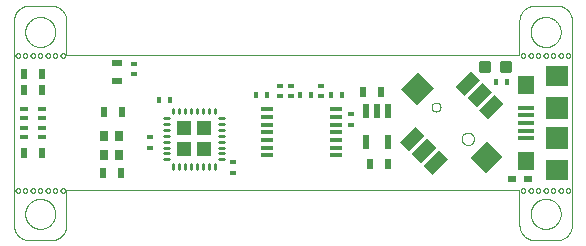
<source format=gtp>
G75*
%MOIN*%
%OFA0B0*%
%FSLAX25Y25*%
%IPPOS*%
%LPD*%
%AMOC8*
5,1,8,0,0,1.08239X$1,22.5*
%
%ADD10C,0.00000*%
%ADD11R,0.07283X0.04331*%
%ADD12R,0.07874X0.07480*%
%ADD13R,0.05512X0.01378*%
%ADD14R,0.07480X0.07087*%
%ADD15R,0.07480X0.07480*%
%ADD16R,0.05512X0.06299*%
%ADD17R,0.02165X0.04724*%
%ADD18C,0.01181*%
%ADD19R,0.02756X0.01969*%
%ADD20R,0.01969X0.03543*%
%ADD21R,0.01575X0.02362*%
%ADD22R,0.02756X0.01772*%
%ADD23R,0.03543X0.01969*%
%ADD24R,0.02362X0.01575*%
%ADD25R,0.03900X0.01200*%
%ADD26C,0.00886*%
%ADD27R,0.04921X0.04921*%
%ADD28R,0.03150X0.03543*%
D10*
X0044428Y0032371D02*
X0044428Y0100496D01*
X0044430Y0100636D01*
X0044436Y0100776D01*
X0044446Y0100916D01*
X0044459Y0101056D01*
X0044477Y0101195D01*
X0044499Y0101334D01*
X0044524Y0101471D01*
X0044553Y0101609D01*
X0044586Y0101745D01*
X0044623Y0101880D01*
X0044664Y0102014D01*
X0044709Y0102147D01*
X0044757Y0102279D01*
X0044809Y0102409D01*
X0044864Y0102538D01*
X0044923Y0102665D01*
X0044986Y0102791D01*
X0045052Y0102915D01*
X0045121Y0103036D01*
X0045194Y0103156D01*
X0045271Y0103274D01*
X0045350Y0103389D01*
X0045433Y0103503D01*
X0045519Y0103613D01*
X0045608Y0103722D01*
X0045700Y0103828D01*
X0045795Y0103931D01*
X0045892Y0104032D01*
X0045993Y0104129D01*
X0046096Y0104224D01*
X0046202Y0104316D01*
X0046311Y0104405D01*
X0046421Y0104491D01*
X0046535Y0104574D01*
X0046650Y0104653D01*
X0046768Y0104730D01*
X0046888Y0104803D01*
X0047009Y0104872D01*
X0047133Y0104938D01*
X0047259Y0105001D01*
X0047386Y0105060D01*
X0047515Y0105115D01*
X0047645Y0105167D01*
X0047777Y0105215D01*
X0047910Y0105260D01*
X0048044Y0105301D01*
X0048179Y0105338D01*
X0048315Y0105371D01*
X0048453Y0105400D01*
X0048590Y0105425D01*
X0048729Y0105447D01*
X0048868Y0105465D01*
X0049008Y0105478D01*
X0049148Y0105488D01*
X0049288Y0105494D01*
X0049428Y0105496D01*
X0056928Y0105496D01*
X0057068Y0105494D01*
X0057208Y0105488D01*
X0057348Y0105478D01*
X0057488Y0105465D01*
X0057627Y0105447D01*
X0057766Y0105425D01*
X0057903Y0105400D01*
X0058041Y0105371D01*
X0058177Y0105338D01*
X0058312Y0105301D01*
X0058446Y0105260D01*
X0058579Y0105215D01*
X0058711Y0105167D01*
X0058841Y0105115D01*
X0058970Y0105060D01*
X0059097Y0105001D01*
X0059223Y0104938D01*
X0059347Y0104872D01*
X0059468Y0104803D01*
X0059588Y0104730D01*
X0059706Y0104653D01*
X0059821Y0104574D01*
X0059935Y0104491D01*
X0060045Y0104405D01*
X0060154Y0104316D01*
X0060260Y0104224D01*
X0060363Y0104129D01*
X0060464Y0104032D01*
X0060561Y0103931D01*
X0060656Y0103828D01*
X0060748Y0103722D01*
X0060837Y0103613D01*
X0060923Y0103503D01*
X0061006Y0103389D01*
X0061085Y0103274D01*
X0061162Y0103156D01*
X0061235Y0103036D01*
X0061304Y0102915D01*
X0061370Y0102791D01*
X0061433Y0102665D01*
X0061492Y0102538D01*
X0061547Y0102409D01*
X0061599Y0102279D01*
X0061647Y0102147D01*
X0061692Y0102014D01*
X0061733Y0101880D01*
X0061770Y0101745D01*
X0061803Y0101609D01*
X0061832Y0101471D01*
X0061857Y0101334D01*
X0061879Y0101195D01*
X0061897Y0101056D01*
X0061910Y0100916D01*
X0061920Y0100776D01*
X0061926Y0100636D01*
X0061928Y0100496D01*
X0061928Y0088933D01*
X0212928Y0088933D01*
X0212928Y0100496D01*
X0212930Y0100636D01*
X0212936Y0100776D01*
X0212946Y0100916D01*
X0212959Y0101056D01*
X0212977Y0101195D01*
X0212999Y0101334D01*
X0213024Y0101471D01*
X0213053Y0101609D01*
X0213086Y0101745D01*
X0213123Y0101880D01*
X0213164Y0102014D01*
X0213209Y0102147D01*
X0213257Y0102279D01*
X0213309Y0102409D01*
X0213364Y0102538D01*
X0213423Y0102665D01*
X0213486Y0102791D01*
X0213552Y0102915D01*
X0213621Y0103036D01*
X0213694Y0103156D01*
X0213771Y0103274D01*
X0213850Y0103389D01*
X0213933Y0103503D01*
X0214019Y0103613D01*
X0214108Y0103722D01*
X0214200Y0103828D01*
X0214295Y0103931D01*
X0214392Y0104032D01*
X0214493Y0104129D01*
X0214596Y0104224D01*
X0214702Y0104316D01*
X0214811Y0104405D01*
X0214921Y0104491D01*
X0215035Y0104574D01*
X0215150Y0104653D01*
X0215268Y0104730D01*
X0215388Y0104803D01*
X0215509Y0104872D01*
X0215633Y0104938D01*
X0215759Y0105001D01*
X0215886Y0105060D01*
X0216015Y0105115D01*
X0216145Y0105167D01*
X0216277Y0105215D01*
X0216410Y0105260D01*
X0216544Y0105301D01*
X0216679Y0105338D01*
X0216815Y0105371D01*
X0216953Y0105400D01*
X0217090Y0105425D01*
X0217229Y0105447D01*
X0217368Y0105465D01*
X0217508Y0105478D01*
X0217648Y0105488D01*
X0217788Y0105494D01*
X0217928Y0105496D01*
X0225428Y0105496D01*
X0225568Y0105494D01*
X0225708Y0105488D01*
X0225848Y0105478D01*
X0225988Y0105465D01*
X0226127Y0105447D01*
X0226266Y0105425D01*
X0226403Y0105400D01*
X0226541Y0105371D01*
X0226677Y0105338D01*
X0226812Y0105301D01*
X0226946Y0105260D01*
X0227079Y0105215D01*
X0227211Y0105167D01*
X0227341Y0105115D01*
X0227470Y0105060D01*
X0227597Y0105001D01*
X0227723Y0104938D01*
X0227847Y0104872D01*
X0227968Y0104803D01*
X0228088Y0104730D01*
X0228206Y0104653D01*
X0228321Y0104574D01*
X0228435Y0104491D01*
X0228545Y0104405D01*
X0228654Y0104316D01*
X0228760Y0104224D01*
X0228863Y0104129D01*
X0228964Y0104032D01*
X0229061Y0103931D01*
X0229156Y0103828D01*
X0229248Y0103722D01*
X0229337Y0103613D01*
X0229423Y0103503D01*
X0229506Y0103389D01*
X0229585Y0103274D01*
X0229662Y0103156D01*
X0229735Y0103036D01*
X0229804Y0102915D01*
X0229870Y0102791D01*
X0229933Y0102665D01*
X0229992Y0102538D01*
X0230047Y0102409D01*
X0230099Y0102279D01*
X0230147Y0102147D01*
X0230192Y0102014D01*
X0230233Y0101880D01*
X0230270Y0101745D01*
X0230303Y0101609D01*
X0230332Y0101471D01*
X0230357Y0101334D01*
X0230379Y0101195D01*
X0230397Y0101056D01*
X0230410Y0100916D01*
X0230420Y0100776D01*
X0230426Y0100636D01*
X0230428Y0100496D01*
X0230428Y0032371D01*
X0230426Y0032231D01*
X0230420Y0032091D01*
X0230410Y0031951D01*
X0230397Y0031811D01*
X0230379Y0031672D01*
X0230357Y0031533D01*
X0230332Y0031396D01*
X0230303Y0031258D01*
X0230270Y0031122D01*
X0230233Y0030987D01*
X0230192Y0030853D01*
X0230147Y0030720D01*
X0230099Y0030588D01*
X0230047Y0030458D01*
X0229992Y0030329D01*
X0229933Y0030202D01*
X0229870Y0030076D01*
X0229804Y0029952D01*
X0229735Y0029831D01*
X0229662Y0029711D01*
X0229585Y0029593D01*
X0229506Y0029478D01*
X0229423Y0029364D01*
X0229337Y0029254D01*
X0229248Y0029145D01*
X0229156Y0029039D01*
X0229061Y0028936D01*
X0228964Y0028835D01*
X0228863Y0028738D01*
X0228760Y0028643D01*
X0228654Y0028551D01*
X0228545Y0028462D01*
X0228435Y0028376D01*
X0228321Y0028293D01*
X0228206Y0028214D01*
X0228088Y0028137D01*
X0227968Y0028064D01*
X0227847Y0027995D01*
X0227723Y0027929D01*
X0227597Y0027866D01*
X0227470Y0027807D01*
X0227341Y0027752D01*
X0227211Y0027700D01*
X0227079Y0027652D01*
X0226946Y0027607D01*
X0226812Y0027566D01*
X0226677Y0027529D01*
X0226541Y0027496D01*
X0226403Y0027467D01*
X0226266Y0027442D01*
X0226127Y0027420D01*
X0225988Y0027402D01*
X0225848Y0027389D01*
X0225708Y0027379D01*
X0225568Y0027373D01*
X0225428Y0027371D01*
X0217928Y0027371D01*
X0217788Y0027373D01*
X0217648Y0027379D01*
X0217508Y0027389D01*
X0217368Y0027402D01*
X0217229Y0027420D01*
X0217090Y0027442D01*
X0216953Y0027467D01*
X0216815Y0027496D01*
X0216679Y0027529D01*
X0216544Y0027566D01*
X0216410Y0027607D01*
X0216277Y0027652D01*
X0216145Y0027700D01*
X0216015Y0027752D01*
X0215886Y0027807D01*
X0215759Y0027866D01*
X0215633Y0027929D01*
X0215509Y0027995D01*
X0215388Y0028064D01*
X0215268Y0028137D01*
X0215150Y0028214D01*
X0215035Y0028293D01*
X0214921Y0028376D01*
X0214811Y0028462D01*
X0214702Y0028551D01*
X0214596Y0028643D01*
X0214493Y0028738D01*
X0214392Y0028835D01*
X0214295Y0028936D01*
X0214200Y0029039D01*
X0214108Y0029145D01*
X0214019Y0029254D01*
X0213933Y0029364D01*
X0213850Y0029478D01*
X0213771Y0029593D01*
X0213694Y0029711D01*
X0213621Y0029831D01*
X0213552Y0029952D01*
X0213486Y0030076D01*
X0213423Y0030202D01*
X0213364Y0030329D01*
X0213309Y0030458D01*
X0213257Y0030588D01*
X0213209Y0030720D01*
X0213164Y0030853D01*
X0213123Y0030987D01*
X0213086Y0031122D01*
X0213053Y0031258D01*
X0213024Y0031396D01*
X0212999Y0031533D01*
X0212977Y0031672D01*
X0212959Y0031811D01*
X0212946Y0031951D01*
X0212936Y0032091D01*
X0212930Y0032231D01*
X0212928Y0032371D01*
X0212928Y0043933D01*
X0061928Y0043933D01*
X0061928Y0032371D01*
X0061926Y0032231D01*
X0061920Y0032091D01*
X0061910Y0031951D01*
X0061897Y0031811D01*
X0061879Y0031672D01*
X0061857Y0031533D01*
X0061832Y0031396D01*
X0061803Y0031258D01*
X0061770Y0031122D01*
X0061733Y0030987D01*
X0061692Y0030853D01*
X0061647Y0030720D01*
X0061599Y0030588D01*
X0061547Y0030458D01*
X0061492Y0030329D01*
X0061433Y0030202D01*
X0061370Y0030076D01*
X0061304Y0029952D01*
X0061235Y0029831D01*
X0061162Y0029711D01*
X0061085Y0029593D01*
X0061006Y0029478D01*
X0060923Y0029364D01*
X0060837Y0029254D01*
X0060748Y0029145D01*
X0060656Y0029039D01*
X0060561Y0028936D01*
X0060464Y0028835D01*
X0060363Y0028738D01*
X0060260Y0028643D01*
X0060154Y0028551D01*
X0060045Y0028462D01*
X0059935Y0028376D01*
X0059821Y0028293D01*
X0059706Y0028214D01*
X0059588Y0028137D01*
X0059468Y0028064D01*
X0059347Y0027995D01*
X0059223Y0027929D01*
X0059097Y0027866D01*
X0058970Y0027807D01*
X0058841Y0027752D01*
X0058711Y0027700D01*
X0058579Y0027652D01*
X0058446Y0027607D01*
X0058312Y0027566D01*
X0058177Y0027529D01*
X0058041Y0027496D01*
X0057903Y0027467D01*
X0057766Y0027442D01*
X0057627Y0027420D01*
X0057488Y0027402D01*
X0057348Y0027389D01*
X0057208Y0027379D01*
X0057068Y0027373D01*
X0056928Y0027371D01*
X0049428Y0027371D01*
X0049288Y0027373D01*
X0049148Y0027379D01*
X0049008Y0027389D01*
X0048868Y0027402D01*
X0048729Y0027420D01*
X0048590Y0027442D01*
X0048453Y0027467D01*
X0048315Y0027496D01*
X0048179Y0027529D01*
X0048044Y0027566D01*
X0047910Y0027607D01*
X0047777Y0027652D01*
X0047645Y0027700D01*
X0047515Y0027752D01*
X0047386Y0027807D01*
X0047259Y0027866D01*
X0047133Y0027929D01*
X0047009Y0027995D01*
X0046888Y0028064D01*
X0046768Y0028137D01*
X0046650Y0028214D01*
X0046535Y0028293D01*
X0046421Y0028376D01*
X0046311Y0028462D01*
X0046202Y0028551D01*
X0046096Y0028643D01*
X0045993Y0028738D01*
X0045892Y0028835D01*
X0045795Y0028936D01*
X0045700Y0029039D01*
X0045608Y0029145D01*
X0045519Y0029254D01*
X0045433Y0029364D01*
X0045350Y0029478D01*
X0045271Y0029593D01*
X0045194Y0029711D01*
X0045121Y0029831D01*
X0045052Y0029952D01*
X0044986Y0030076D01*
X0044923Y0030202D01*
X0044864Y0030329D01*
X0044809Y0030458D01*
X0044757Y0030588D01*
X0044709Y0030720D01*
X0044664Y0030853D01*
X0044623Y0030987D01*
X0044586Y0031122D01*
X0044553Y0031258D01*
X0044524Y0031396D01*
X0044499Y0031533D01*
X0044477Y0031672D01*
X0044459Y0031811D01*
X0044446Y0031951D01*
X0044436Y0032091D01*
X0044430Y0032231D01*
X0044428Y0032371D01*
X0048178Y0036121D02*
X0048180Y0036262D01*
X0048186Y0036403D01*
X0048196Y0036543D01*
X0048210Y0036683D01*
X0048228Y0036823D01*
X0048249Y0036962D01*
X0048275Y0037101D01*
X0048304Y0037239D01*
X0048338Y0037375D01*
X0048375Y0037511D01*
X0048416Y0037646D01*
X0048461Y0037780D01*
X0048510Y0037912D01*
X0048562Y0038043D01*
X0048618Y0038172D01*
X0048678Y0038299D01*
X0048741Y0038425D01*
X0048807Y0038549D01*
X0048878Y0038672D01*
X0048951Y0038792D01*
X0049028Y0038910D01*
X0049108Y0039026D01*
X0049192Y0039139D01*
X0049278Y0039250D01*
X0049368Y0039359D01*
X0049461Y0039465D01*
X0049556Y0039568D01*
X0049655Y0039669D01*
X0049756Y0039767D01*
X0049860Y0039862D01*
X0049967Y0039954D01*
X0050076Y0040043D01*
X0050188Y0040128D01*
X0050302Y0040211D01*
X0050418Y0040291D01*
X0050537Y0040367D01*
X0050658Y0040439D01*
X0050780Y0040509D01*
X0050905Y0040574D01*
X0051031Y0040637D01*
X0051159Y0040695D01*
X0051289Y0040750D01*
X0051420Y0040802D01*
X0051553Y0040849D01*
X0051687Y0040893D01*
X0051822Y0040934D01*
X0051958Y0040970D01*
X0052095Y0041002D01*
X0052233Y0041031D01*
X0052371Y0041056D01*
X0052511Y0041076D01*
X0052651Y0041093D01*
X0052791Y0041106D01*
X0052932Y0041115D01*
X0053072Y0041120D01*
X0053213Y0041121D01*
X0053354Y0041118D01*
X0053495Y0041111D01*
X0053635Y0041100D01*
X0053775Y0041085D01*
X0053915Y0041066D01*
X0054054Y0041044D01*
X0054192Y0041017D01*
X0054330Y0040987D01*
X0054466Y0040952D01*
X0054602Y0040914D01*
X0054736Y0040872D01*
X0054870Y0040826D01*
X0055002Y0040777D01*
X0055132Y0040723D01*
X0055261Y0040666D01*
X0055388Y0040606D01*
X0055514Y0040542D01*
X0055637Y0040474D01*
X0055759Y0040403D01*
X0055879Y0040329D01*
X0055996Y0040251D01*
X0056111Y0040170D01*
X0056224Y0040086D01*
X0056335Y0039999D01*
X0056443Y0039908D01*
X0056548Y0039815D01*
X0056651Y0039718D01*
X0056751Y0039619D01*
X0056848Y0039517D01*
X0056942Y0039412D01*
X0057033Y0039305D01*
X0057121Y0039195D01*
X0057206Y0039083D01*
X0057288Y0038968D01*
X0057367Y0038851D01*
X0057442Y0038732D01*
X0057514Y0038611D01*
X0057582Y0038488D01*
X0057647Y0038363D01*
X0057709Y0038236D01*
X0057766Y0038107D01*
X0057821Y0037977D01*
X0057871Y0037846D01*
X0057918Y0037713D01*
X0057961Y0037579D01*
X0058000Y0037443D01*
X0058035Y0037307D01*
X0058067Y0037170D01*
X0058094Y0037032D01*
X0058118Y0036893D01*
X0058138Y0036753D01*
X0058154Y0036613D01*
X0058166Y0036473D01*
X0058174Y0036332D01*
X0058178Y0036191D01*
X0058178Y0036051D01*
X0058174Y0035910D01*
X0058166Y0035769D01*
X0058154Y0035629D01*
X0058138Y0035489D01*
X0058118Y0035349D01*
X0058094Y0035210D01*
X0058067Y0035072D01*
X0058035Y0034935D01*
X0058000Y0034799D01*
X0057961Y0034663D01*
X0057918Y0034529D01*
X0057871Y0034396D01*
X0057821Y0034265D01*
X0057766Y0034135D01*
X0057709Y0034006D01*
X0057647Y0033879D01*
X0057582Y0033754D01*
X0057514Y0033631D01*
X0057442Y0033510D01*
X0057367Y0033391D01*
X0057288Y0033274D01*
X0057206Y0033159D01*
X0057121Y0033047D01*
X0057033Y0032937D01*
X0056942Y0032830D01*
X0056848Y0032725D01*
X0056751Y0032623D01*
X0056651Y0032524D01*
X0056548Y0032427D01*
X0056443Y0032334D01*
X0056335Y0032243D01*
X0056224Y0032156D01*
X0056111Y0032072D01*
X0055996Y0031991D01*
X0055879Y0031913D01*
X0055759Y0031839D01*
X0055637Y0031768D01*
X0055514Y0031700D01*
X0055388Y0031636D01*
X0055261Y0031576D01*
X0055132Y0031519D01*
X0055002Y0031465D01*
X0054870Y0031416D01*
X0054736Y0031370D01*
X0054602Y0031328D01*
X0054466Y0031290D01*
X0054330Y0031255D01*
X0054192Y0031225D01*
X0054054Y0031198D01*
X0053915Y0031176D01*
X0053775Y0031157D01*
X0053635Y0031142D01*
X0053495Y0031131D01*
X0053354Y0031124D01*
X0053213Y0031121D01*
X0053072Y0031122D01*
X0052932Y0031127D01*
X0052791Y0031136D01*
X0052651Y0031149D01*
X0052511Y0031166D01*
X0052371Y0031186D01*
X0052233Y0031211D01*
X0052095Y0031240D01*
X0051958Y0031272D01*
X0051822Y0031308D01*
X0051687Y0031349D01*
X0051553Y0031393D01*
X0051420Y0031440D01*
X0051289Y0031492D01*
X0051159Y0031547D01*
X0051031Y0031605D01*
X0050905Y0031668D01*
X0050780Y0031733D01*
X0050658Y0031803D01*
X0050537Y0031875D01*
X0050418Y0031951D01*
X0050302Y0032031D01*
X0050188Y0032114D01*
X0050076Y0032199D01*
X0049967Y0032288D01*
X0049860Y0032380D01*
X0049756Y0032475D01*
X0049655Y0032573D01*
X0049556Y0032674D01*
X0049461Y0032777D01*
X0049368Y0032883D01*
X0049278Y0032992D01*
X0049192Y0033103D01*
X0049108Y0033216D01*
X0049028Y0033332D01*
X0048951Y0033450D01*
X0048878Y0033570D01*
X0048807Y0033693D01*
X0048741Y0033817D01*
X0048678Y0033943D01*
X0048618Y0034070D01*
X0048562Y0034199D01*
X0048510Y0034330D01*
X0048461Y0034462D01*
X0048416Y0034596D01*
X0048375Y0034731D01*
X0048338Y0034867D01*
X0048304Y0035003D01*
X0048275Y0035141D01*
X0048249Y0035280D01*
X0048228Y0035419D01*
X0048210Y0035559D01*
X0048196Y0035699D01*
X0048186Y0035839D01*
X0048180Y0035980D01*
X0048178Y0036121D01*
X0047428Y0043933D02*
X0047430Y0043987D01*
X0047436Y0044041D01*
X0047446Y0044094D01*
X0047459Y0044147D01*
X0047476Y0044198D01*
X0047497Y0044248D01*
X0047522Y0044296D01*
X0047550Y0044343D01*
X0047581Y0044387D01*
X0047615Y0044429D01*
X0047652Y0044468D01*
X0047692Y0044505D01*
X0047735Y0044538D01*
X0047780Y0044569D01*
X0047827Y0044596D01*
X0047875Y0044619D01*
X0047926Y0044639D01*
X0047977Y0044656D01*
X0048030Y0044668D01*
X0048083Y0044677D01*
X0048137Y0044682D01*
X0048192Y0044683D01*
X0048246Y0044680D01*
X0048299Y0044673D01*
X0048352Y0044662D01*
X0048405Y0044648D01*
X0048456Y0044630D01*
X0048505Y0044608D01*
X0048553Y0044583D01*
X0048599Y0044554D01*
X0048643Y0044522D01*
X0048684Y0044487D01*
X0048722Y0044449D01*
X0048758Y0044408D01*
X0048791Y0044365D01*
X0048821Y0044320D01*
X0048847Y0044272D01*
X0048870Y0044223D01*
X0048889Y0044172D01*
X0048904Y0044121D01*
X0048916Y0044068D01*
X0048924Y0044014D01*
X0048928Y0043960D01*
X0048928Y0043906D01*
X0048924Y0043852D01*
X0048916Y0043798D01*
X0048904Y0043745D01*
X0048889Y0043694D01*
X0048870Y0043643D01*
X0048847Y0043594D01*
X0048821Y0043546D01*
X0048791Y0043501D01*
X0048758Y0043458D01*
X0048722Y0043417D01*
X0048684Y0043379D01*
X0048643Y0043344D01*
X0048599Y0043312D01*
X0048553Y0043283D01*
X0048505Y0043258D01*
X0048456Y0043236D01*
X0048405Y0043218D01*
X0048352Y0043204D01*
X0048299Y0043193D01*
X0048246Y0043186D01*
X0048192Y0043183D01*
X0048137Y0043184D01*
X0048083Y0043189D01*
X0048030Y0043198D01*
X0047977Y0043210D01*
X0047926Y0043227D01*
X0047875Y0043247D01*
X0047827Y0043270D01*
X0047780Y0043297D01*
X0047735Y0043328D01*
X0047692Y0043361D01*
X0047652Y0043398D01*
X0047615Y0043437D01*
X0047581Y0043479D01*
X0047550Y0043523D01*
X0047522Y0043570D01*
X0047497Y0043618D01*
X0047476Y0043668D01*
X0047459Y0043719D01*
X0047446Y0043772D01*
X0047436Y0043825D01*
X0047430Y0043879D01*
X0047428Y0043933D01*
X0044928Y0043933D02*
X0044930Y0043987D01*
X0044936Y0044041D01*
X0044946Y0044094D01*
X0044959Y0044147D01*
X0044976Y0044198D01*
X0044997Y0044248D01*
X0045022Y0044296D01*
X0045050Y0044343D01*
X0045081Y0044387D01*
X0045115Y0044429D01*
X0045152Y0044468D01*
X0045192Y0044505D01*
X0045235Y0044538D01*
X0045280Y0044569D01*
X0045327Y0044596D01*
X0045375Y0044619D01*
X0045426Y0044639D01*
X0045477Y0044656D01*
X0045530Y0044668D01*
X0045583Y0044677D01*
X0045637Y0044682D01*
X0045692Y0044683D01*
X0045746Y0044680D01*
X0045799Y0044673D01*
X0045852Y0044662D01*
X0045905Y0044648D01*
X0045956Y0044630D01*
X0046005Y0044608D01*
X0046053Y0044583D01*
X0046099Y0044554D01*
X0046143Y0044522D01*
X0046184Y0044487D01*
X0046222Y0044449D01*
X0046258Y0044408D01*
X0046291Y0044365D01*
X0046321Y0044320D01*
X0046347Y0044272D01*
X0046370Y0044223D01*
X0046389Y0044172D01*
X0046404Y0044121D01*
X0046416Y0044068D01*
X0046424Y0044014D01*
X0046428Y0043960D01*
X0046428Y0043906D01*
X0046424Y0043852D01*
X0046416Y0043798D01*
X0046404Y0043745D01*
X0046389Y0043694D01*
X0046370Y0043643D01*
X0046347Y0043594D01*
X0046321Y0043546D01*
X0046291Y0043501D01*
X0046258Y0043458D01*
X0046222Y0043417D01*
X0046184Y0043379D01*
X0046143Y0043344D01*
X0046099Y0043312D01*
X0046053Y0043283D01*
X0046005Y0043258D01*
X0045956Y0043236D01*
X0045905Y0043218D01*
X0045852Y0043204D01*
X0045799Y0043193D01*
X0045746Y0043186D01*
X0045692Y0043183D01*
X0045637Y0043184D01*
X0045583Y0043189D01*
X0045530Y0043198D01*
X0045477Y0043210D01*
X0045426Y0043227D01*
X0045375Y0043247D01*
X0045327Y0043270D01*
X0045280Y0043297D01*
X0045235Y0043328D01*
X0045192Y0043361D01*
X0045152Y0043398D01*
X0045115Y0043437D01*
X0045081Y0043479D01*
X0045050Y0043523D01*
X0045022Y0043570D01*
X0044997Y0043618D01*
X0044976Y0043668D01*
X0044959Y0043719D01*
X0044946Y0043772D01*
X0044936Y0043825D01*
X0044930Y0043879D01*
X0044928Y0043933D01*
X0049928Y0043933D02*
X0049930Y0043987D01*
X0049936Y0044041D01*
X0049946Y0044094D01*
X0049959Y0044147D01*
X0049976Y0044198D01*
X0049997Y0044248D01*
X0050022Y0044296D01*
X0050050Y0044343D01*
X0050081Y0044387D01*
X0050115Y0044429D01*
X0050152Y0044468D01*
X0050192Y0044505D01*
X0050235Y0044538D01*
X0050280Y0044569D01*
X0050327Y0044596D01*
X0050375Y0044619D01*
X0050426Y0044639D01*
X0050477Y0044656D01*
X0050530Y0044668D01*
X0050583Y0044677D01*
X0050637Y0044682D01*
X0050692Y0044683D01*
X0050746Y0044680D01*
X0050799Y0044673D01*
X0050852Y0044662D01*
X0050905Y0044648D01*
X0050956Y0044630D01*
X0051005Y0044608D01*
X0051053Y0044583D01*
X0051099Y0044554D01*
X0051143Y0044522D01*
X0051184Y0044487D01*
X0051222Y0044449D01*
X0051258Y0044408D01*
X0051291Y0044365D01*
X0051321Y0044320D01*
X0051347Y0044272D01*
X0051370Y0044223D01*
X0051389Y0044172D01*
X0051404Y0044121D01*
X0051416Y0044068D01*
X0051424Y0044014D01*
X0051428Y0043960D01*
X0051428Y0043906D01*
X0051424Y0043852D01*
X0051416Y0043798D01*
X0051404Y0043745D01*
X0051389Y0043694D01*
X0051370Y0043643D01*
X0051347Y0043594D01*
X0051321Y0043546D01*
X0051291Y0043501D01*
X0051258Y0043458D01*
X0051222Y0043417D01*
X0051184Y0043379D01*
X0051143Y0043344D01*
X0051099Y0043312D01*
X0051053Y0043283D01*
X0051005Y0043258D01*
X0050956Y0043236D01*
X0050905Y0043218D01*
X0050852Y0043204D01*
X0050799Y0043193D01*
X0050746Y0043186D01*
X0050692Y0043183D01*
X0050637Y0043184D01*
X0050583Y0043189D01*
X0050530Y0043198D01*
X0050477Y0043210D01*
X0050426Y0043227D01*
X0050375Y0043247D01*
X0050327Y0043270D01*
X0050280Y0043297D01*
X0050235Y0043328D01*
X0050192Y0043361D01*
X0050152Y0043398D01*
X0050115Y0043437D01*
X0050081Y0043479D01*
X0050050Y0043523D01*
X0050022Y0043570D01*
X0049997Y0043618D01*
X0049976Y0043668D01*
X0049959Y0043719D01*
X0049946Y0043772D01*
X0049936Y0043825D01*
X0049930Y0043879D01*
X0049928Y0043933D01*
X0052428Y0043933D02*
X0052430Y0043987D01*
X0052436Y0044041D01*
X0052446Y0044094D01*
X0052459Y0044147D01*
X0052476Y0044198D01*
X0052497Y0044248D01*
X0052522Y0044296D01*
X0052550Y0044343D01*
X0052581Y0044387D01*
X0052615Y0044429D01*
X0052652Y0044468D01*
X0052692Y0044505D01*
X0052735Y0044538D01*
X0052780Y0044569D01*
X0052827Y0044596D01*
X0052875Y0044619D01*
X0052926Y0044639D01*
X0052977Y0044656D01*
X0053030Y0044668D01*
X0053083Y0044677D01*
X0053137Y0044682D01*
X0053192Y0044683D01*
X0053246Y0044680D01*
X0053299Y0044673D01*
X0053352Y0044662D01*
X0053405Y0044648D01*
X0053456Y0044630D01*
X0053505Y0044608D01*
X0053553Y0044583D01*
X0053599Y0044554D01*
X0053643Y0044522D01*
X0053684Y0044487D01*
X0053722Y0044449D01*
X0053758Y0044408D01*
X0053791Y0044365D01*
X0053821Y0044320D01*
X0053847Y0044272D01*
X0053870Y0044223D01*
X0053889Y0044172D01*
X0053904Y0044121D01*
X0053916Y0044068D01*
X0053924Y0044014D01*
X0053928Y0043960D01*
X0053928Y0043906D01*
X0053924Y0043852D01*
X0053916Y0043798D01*
X0053904Y0043745D01*
X0053889Y0043694D01*
X0053870Y0043643D01*
X0053847Y0043594D01*
X0053821Y0043546D01*
X0053791Y0043501D01*
X0053758Y0043458D01*
X0053722Y0043417D01*
X0053684Y0043379D01*
X0053643Y0043344D01*
X0053599Y0043312D01*
X0053553Y0043283D01*
X0053505Y0043258D01*
X0053456Y0043236D01*
X0053405Y0043218D01*
X0053352Y0043204D01*
X0053299Y0043193D01*
X0053246Y0043186D01*
X0053192Y0043183D01*
X0053137Y0043184D01*
X0053083Y0043189D01*
X0053030Y0043198D01*
X0052977Y0043210D01*
X0052926Y0043227D01*
X0052875Y0043247D01*
X0052827Y0043270D01*
X0052780Y0043297D01*
X0052735Y0043328D01*
X0052692Y0043361D01*
X0052652Y0043398D01*
X0052615Y0043437D01*
X0052581Y0043479D01*
X0052550Y0043523D01*
X0052522Y0043570D01*
X0052497Y0043618D01*
X0052476Y0043668D01*
X0052459Y0043719D01*
X0052446Y0043772D01*
X0052436Y0043825D01*
X0052430Y0043879D01*
X0052428Y0043933D01*
X0054928Y0043933D02*
X0054930Y0043987D01*
X0054936Y0044041D01*
X0054946Y0044094D01*
X0054959Y0044147D01*
X0054976Y0044198D01*
X0054997Y0044248D01*
X0055022Y0044296D01*
X0055050Y0044343D01*
X0055081Y0044387D01*
X0055115Y0044429D01*
X0055152Y0044468D01*
X0055192Y0044505D01*
X0055235Y0044538D01*
X0055280Y0044569D01*
X0055327Y0044596D01*
X0055375Y0044619D01*
X0055426Y0044639D01*
X0055477Y0044656D01*
X0055530Y0044668D01*
X0055583Y0044677D01*
X0055637Y0044682D01*
X0055692Y0044683D01*
X0055746Y0044680D01*
X0055799Y0044673D01*
X0055852Y0044662D01*
X0055905Y0044648D01*
X0055956Y0044630D01*
X0056005Y0044608D01*
X0056053Y0044583D01*
X0056099Y0044554D01*
X0056143Y0044522D01*
X0056184Y0044487D01*
X0056222Y0044449D01*
X0056258Y0044408D01*
X0056291Y0044365D01*
X0056321Y0044320D01*
X0056347Y0044272D01*
X0056370Y0044223D01*
X0056389Y0044172D01*
X0056404Y0044121D01*
X0056416Y0044068D01*
X0056424Y0044014D01*
X0056428Y0043960D01*
X0056428Y0043906D01*
X0056424Y0043852D01*
X0056416Y0043798D01*
X0056404Y0043745D01*
X0056389Y0043694D01*
X0056370Y0043643D01*
X0056347Y0043594D01*
X0056321Y0043546D01*
X0056291Y0043501D01*
X0056258Y0043458D01*
X0056222Y0043417D01*
X0056184Y0043379D01*
X0056143Y0043344D01*
X0056099Y0043312D01*
X0056053Y0043283D01*
X0056005Y0043258D01*
X0055956Y0043236D01*
X0055905Y0043218D01*
X0055852Y0043204D01*
X0055799Y0043193D01*
X0055746Y0043186D01*
X0055692Y0043183D01*
X0055637Y0043184D01*
X0055583Y0043189D01*
X0055530Y0043198D01*
X0055477Y0043210D01*
X0055426Y0043227D01*
X0055375Y0043247D01*
X0055327Y0043270D01*
X0055280Y0043297D01*
X0055235Y0043328D01*
X0055192Y0043361D01*
X0055152Y0043398D01*
X0055115Y0043437D01*
X0055081Y0043479D01*
X0055050Y0043523D01*
X0055022Y0043570D01*
X0054997Y0043618D01*
X0054976Y0043668D01*
X0054959Y0043719D01*
X0054946Y0043772D01*
X0054936Y0043825D01*
X0054930Y0043879D01*
X0054928Y0043933D01*
X0057428Y0043933D02*
X0057430Y0043987D01*
X0057436Y0044041D01*
X0057446Y0044094D01*
X0057459Y0044147D01*
X0057476Y0044198D01*
X0057497Y0044248D01*
X0057522Y0044296D01*
X0057550Y0044343D01*
X0057581Y0044387D01*
X0057615Y0044429D01*
X0057652Y0044468D01*
X0057692Y0044505D01*
X0057735Y0044538D01*
X0057780Y0044569D01*
X0057827Y0044596D01*
X0057875Y0044619D01*
X0057926Y0044639D01*
X0057977Y0044656D01*
X0058030Y0044668D01*
X0058083Y0044677D01*
X0058137Y0044682D01*
X0058192Y0044683D01*
X0058246Y0044680D01*
X0058299Y0044673D01*
X0058352Y0044662D01*
X0058405Y0044648D01*
X0058456Y0044630D01*
X0058505Y0044608D01*
X0058553Y0044583D01*
X0058599Y0044554D01*
X0058643Y0044522D01*
X0058684Y0044487D01*
X0058722Y0044449D01*
X0058758Y0044408D01*
X0058791Y0044365D01*
X0058821Y0044320D01*
X0058847Y0044272D01*
X0058870Y0044223D01*
X0058889Y0044172D01*
X0058904Y0044121D01*
X0058916Y0044068D01*
X0058924Y0044014D01*
X0058928Y0043960D01*
X0058928Y0043906D01*
X0058924Y0043852D01*
X0058916Y0043798D01*
X0058904Y0043745D01*
X0058889Y0043694D01*
X0058870Y0043643D01*
X0058847Y0043594D01*
X0058821Y0043546D01*
X0058791Y0043501D01*
X0058758Y0043458D01*
X0058722Y0043417D01*
X0058684Y0043379D01*
X0058643Y0043344D01*
X0058599Y0043312D01*
X0058553Y0043283D01*
X0058505Y0043258D01*
X0058456Y0043236D01*
X0058405Y0043218D01*
X0058352Y0043204D01*
X0058299Y0043193D01*
X0058246Y0043186D01*
X0058192Y0043183D01*
X0058137Y0043184D01*
X0058083Y0043189D01*
X0058030Y0043198D01*
X0057977Y0043210D01*
X0057926Y0043227D01*
X0057875Y0043247D01*
X0057827Y0043270D01*
X0057780Y0043297D01*
X0057735Y0043328D01*
X0057692Y0043361D01*
X0057652Y0043398D01*
X0057615Y0043437D01*
X0057581Y0043479D01*
X0057550Y0043523D01*
X0057522Y0043570D01*
X0057497Y0043618D01*
X0057476Y0043668D01*
X0057459Y0043719D01*
X0057446Y0043772D01*
X0057436Y0043825D01*
X0057430Y0043879D01*
X0057428Y0043933D01*
X0059928Y0043933D02*
X0059930Y0043987D01*
X0059936Y0044041D01*
X0059946Y0044094D01*
X0059959Y0044147D01*
X0059976Y0044198D01*
X0059997Y0044248D01*
X0060022Y0044296D01*
X0060050Y0044343D01*
X0060081Y0044387D01*
X0060115Y0044429D01*
X0060152Y0044468D01*
X0060192Y0044505D01*
X0060235Y0044538D01*
X0060280Y0044569D01*
X0060327Y0044596D01*
X0060375Y0044619D01*
X0060426Y0044639D01*
X0060477Y0044656D01*
X0060530Y0044668D01*
X0060583Y0044677D01*
X0060637Y0044682D01*
X0060692Y0044683D01*
X0060746Y0044680D01*
X0060799Y0044673D01*
X0060852Y0044662D01*
X0060905Y0044648D01*
X0060956Y0044630D01*
X0061005Y0044608D01*
X0061053Y0044583D01*
X0061099Y0044554D01*
X0061143Y0044522D01*
X0061184Y0044487D01*
X0061222Y0044449D01*
X0061258Y0044408D01*
X0061291Y0044365D01*
X0061321Y0044320D01*
X0061347Y0044272D01*
X0061370Y0044223D01*
X0061389Y0044172D01*
X0061404Y0044121D01*
X0061416Y0044068D01*
X0061424Y0044014D01*
X0061428Y0043960D01*
X0061428Y0043906D01*
X0061424Y0043852D01*
X0061416Y0043798D01*
X0061404Y0043745D01*
X0061389Y0043694D01*
X0061370Y0043643D01*
X0061347Y0043594D01*
X0061321Y0043546D01*
X0061291Y0043501D01*
X0061258Y0043458D01*
X0061222Y0043417D01*
X0061184Y0043379D01*
X0061143Y0043344D01*
X0061099Y0043312D01*
X0061053Y0043283D01*
X0061005Y0043258D01*
X0060956Y0043236D01*
X0060905Y0043218D01*
X0060852Y0043204D01*
X0060799Y0043193D01*
X0060746Y0043186D01*
X0060692Y0043183D01*
X0060637Y0043184D01*
X0060583Y0043189D01*
X0060530Y0043198D01*
X0060477Y0043210D01*
X0060426Y0043227D01*
X0060375Y0043247D01*
X0060327Y0043270D01*
X0060280Y0043297D01*
X0060235Y0043328D01*
X0060192Y0043361D01*
X0060152Y0043398D01*
X0060115Y0043437D01*
X0060081Y0043479D01*
X0060050Y0043523D01*
X0060022Y0043570D01*
X0059997Y0043618D01*
X0059976Y0043668D01*
X0059959Y0043719D01*
X0059946Y0043772D01*
X0059936Y0043825D01*
X0059930Y0043879D01*
X0059928Y0043933D01*
X0059928Y0088933D02*
X0059930Y0088987D01*
X0059936Y0089041D01*
X0059946Y0089094D01*
X0059959Y0089147D01*
X0059976Y0089198D01*
X0059997Y0089248D01*
X0060022Y0089296D01*
X0060050Y0089343D01*
X0060081Y0089387D01*
X0060115Y0089429D01*
X0060152Y0089468D01*
X0060192Y0089505D01*
X0060235Y0089538D01*
X0060280Y0089569D01*
X0060327Y0089596D01*
X0060375Y0089619D01*
X0060426Y0089639D01*
X0060477Y0089656D01*
X0060530Y0089668D01*
X0060583Y0089677D01*
X0060637Y0089682D01*
X0060692Y0089683D01*
X0060746Y0089680D01*
X0060799Y0089673D01*
X0060852Y0089662D01*
X0060905Y0089648D01*
X0060956Y0089630D01*
X0061005Y0089608D01*
X0061053Y0089583D01*
X0061099Y0089554D01*
X0061143Y0089522D01*
X0061184Y0089487D01*
X0061222Y0089449D01*
X0061258Y0089408D01*
X0061291Y0089365D01*
X0061321Y0089320D01*
X0061347Y0089272D01*
X0061370Y0089223D01*
X0061389Y0089172D01*
X0061404Y0089121D01*
X0061416Y0089068D01*
X0061424Y0089014D01*
X0061428Y0088960D01*
X0061428Y0088906D01*
X0061424Y0088852D01*
X0061416Y0088798D01*
X0061404Y0088745D01*
X0061389Y0088694D01*
X0061370Y0088643D01*
X0061347Y0088594D01*
X0061321Y0088546D01*
X0061291Y0088501D01*
X0061258Y0088458D01*
X0061222Y0088417D01*
X0061184Y0088379D01*
X0061143Y0088344D01*
X0061099Y0088312D01*
X0061053Y0088283D01*
X0061005Y0088258D01*
X0060956Y0088236D01*
X0060905Y0088218D01*
X0060852Y0088204D01*
X0060799Y0088193D01*
X0060746Y0088186D01*
X0060692Y0088183D01*
X0060637Y0088184D01*
X0060583Y0088189D01*
X0060530Y0088198D01*
X0060477Y0088210D01*
X0060426Y0088227D01*
X0060375Y0088247D01*
X0060327Y0088270D01*
X0060280Y0088297D01*
X0060235Y0088328D01*
X0060192Y0088361D01*
X0060152Y0088398D01*
X0060115Y0088437D01*
X0060081Y0088479D01*
X0060050Y0088523D01*
X0060022Y0088570D01*
X0059997Y0088618D01*
X0059976Y0088668D01*
X0059959Y0088719D01*
X0059946Y0088772D01*
X0059936Y0088825D01*
X0059930Y0088879D01*
X0059928Y0088933D01*
X0057428Y0088933D02*
X0057430Y0088987D01*
X0057436Y0089041D01*
X0057446Y0089094D01*
X0057459Y0089147D01*
X0057476Y0089198D01*
X0057497Y0089248D01*
X0057522Y0089296D01*
X0057550Y0089343D01*
X0057581Y0089387D01*
X0057615Y0089429D01*
X0057652Y0089468D01*
X0057692Y0089505D01*
X0057735Y0089538D01*
X0057780Y0089569D01*
X0057827Y0089596D01*
X0057875Y0089619D01*
X0057926Y0089639D01*
X0057977Y0089656D01*
X0058030Y0089668D01*
X0058083Y0089677D01*
X0058137Y0089682D01*
X0058192Y0089683D01*
X0058246Y0089680D01*
X0058299Y0089673D01*
X0058352Y0089662D01*
X0058405Y0089648D01*
X0058456Y0089630D01*
X0058505Y0089608D01*
X0058553Y0089583D01*
X0058599Y0089554D01*
X0058643Y0089522D01*
X0058684Y0089487D01*
X0058722Y0089449D01*
X0058758Y0089408D01*
X0058791Y0089365D01*
X0058821Y0089320D01*
X0058847Y0089272D01*
X0058870Y0089223D01*
X0058889Y0089172D01*
X0058904Y0089121D01*
X0058916Y0089068D01*
X0058924Y0089014D01*
X0058928Y0088960D01*
X0058928Y0088906D01*
X0058924Y0088852D01*
X0058916Y0088798D01*
X0058904Y0088745D01*
X0058889Y0088694D01*
X0058870Y0088643D01*
X0058847Y0088594D01*
X0058821Y0088546D01*
X0058791Y0088501D01*
X0058758Y0088458D01*
X0058722Y0088417D01*
X0058684Y0088379D01*
X0058643Y0088344D01*
X0058599Y0088312D01*
X0058553Y0088283D01*
X0058505Y0088258D01*
X0058456Y0088236D01*
X0058405Y0088218D01*
X0058352Y0088204D01*
X0058299Y0088193D01*
X0058246Y0088186D01*
X0058192Y0088183D01*
X0058137Y0088184D01*
X0058083Y0088189D01*
X0058030Y0088198D01*
X0057977Y0088210D01*
X0057926Y0088227D01*
X0057875Y0088247D01*
X0057827Y0088270D01*
X0057780Y0088297D01*
X0057735Y0088328D01*
X0057692Y0088361D01*
X0057652Y0088398D01*
X0057615Y0088437D01*
X0057581Y0088479D01*
X0057550Y0088523D01*
X0057522Y0088570D01*
X0057497Y0088618D01*
X0057476Y0088668D01*
X0057459Y0088719D01*
X0057446Y0088772D01*
X0057436Y0088825D01*
X0057430Y0088879D01*
X0057428Y0088933D01*
X0054928Y0088933D02*
X0054930Y0088987D01*
X0054936Y0089041D01*
X0054946Y0089094D01*
X0054959Y0089147D01*
X0054976Y0089198D01*
X0054997Y0089248D01*
X0055022Y0089296D01*
X0055050Y0089343D01*
X0055081Y0089387D01*
X0055115Y0089429D01*
X0055152Y0089468D01*
X0055192Y0089505D01*
X0055235Y0089538D01*
X0055280Y0089569D01*
X0055327Y0089596D01*
X0055375Y0089619D01*
X0055426Y0089639D01*
X0055477Y0089656D01*
X0055530Y0089668D01*
X0055583Y0089677D01*
X0055637Y0089682D01*
X0055692Y0089683D01*
X0055746Y0089680D01*
X0055799Y0089673D01*
X0055852Y0089662D01*
X0055905Y0089648D01*
X0055956Y0089630D01*
X0056005Y0089608D01*
X0056053Y0089583D01*
X0056099Y0089554D01*
X0056143Y0089522D01*
X0056184Y0089487D01*
X0056222Y0089449D01*
X0056258Y0089408D01*
X0056291Y0089365D01*
X0056321Y0089320D01*
X0056347Y0089272D01*
X0056370Y0089223D01*
X0056389Y0089172D01*
X0056404Y0089121D01*
X0056416Y0089068D01*
X0056424Y0089014D01*
X0056428Y0088960D01*
X0056428Y0088906D01*
X0056424Y0088852D01*
X0056416Y0088798D01*
X0056404Y0088745D01*
X0056389Y0088694D01*
X0056370Y0088643D01*
X0056347Y0088594D01*
X0056321Y0088546D01*
X0056291Y0088501D01*
X0056258Y0088458D01*
X0056222Y0088417D01*
X0056184Y0088379D01*
X0056143Y0088344D01*
X0056099Y0088312D01*
X0056053Y0088283D01*
X0056005Y0088258D01*
X0055956Y0088236D01*
X0055905Y0088218D01*
X0055852Y0088204D01*
X0055799Y0088193D01*
X0055746Y0088186D01*
X0055692Y0088183D01*
X0055637Y0088184D01*
X0055583Y0088189D01*
X0055530Y0088198D01*
X0055477Y0088210D01*
X0055426Y0088227D01*
X0055375Y0088247D01*
X0055327Y0088270D01*
X0055280Y0088297D01*
X0055235Y0088328D01*
X0055192Y0088361D01*
X0055152Y0088398D01*
X0055115Y0088437D01*
X0055081Y0088479D01*
X0055050Y0088523D01*
X0055022Y0088570D01*
X0054997Y0088618D01*
X0054976Y0088668D01*
X0054959Y0088719D01*
X0054946Y0088772D01*
X0054936Y0088825D01*
X0054930Y0088879D01*
X0054928Y0088933D01*
X0052428Y0088933D02*
X0052430Y0088987D01*
X0052436Y0089041D01*
X0052446Y0089094D01*
X0052459Y0089147D01*
X0052476Y0089198D01*
X0052497Y0089248D01*
X0052522Y0089296D01*
X0052550Y0089343D01*
X0052581Y0089387D01*
X0052615Y0089429D01*
X0052652Y0089468D01*
X0052692Y0089505D01*
X0052735Y0089538D01*
X0052780Y0089569D01*
X0052827Y0089596D01*
X0052875Y0089619D01*
X0052926Y0089639D01*
X0052977Y0089656D01*
X0053030Y0089668D01*
X0053083Y0089677D01*
X0053137Y0089682D01*
X0053192Y0089683D01*
X0053246Y0089680D01*
X0053299Y0089673D01*
X0053352Y0089662D01*
X0053405Y0089648D01*
X0053456Y0089630D01*
X0053505Y0089608D01*
X0053553Y0089583D01*
X0053599Y0089554D01*
X0053643Y0089522D01*
X0053684Y0089487D01*
X0053722Y0089449D01*
X0053758Y0089408D01*
X0053791Y0089365D01*
X0053821Y0089320D01*
X0053847Y0089272D01*
X0053870Y0089223D01*
X0053889Y0089172D01*
X0053904Y0089121D01*
X0053916Y0089068D01*
X0053924Y0089014D01*
X0053928Y0088960D01*
X0053928Y0088906D01*
X0053924Y0088852D01*
X0053916Y0088798D01*
X0053904Y0088745D01*
X0053889Y0088694D01*
X0053870Y0088643D01*
X0053847Y0088594D01*
X0053821Y0088546D01*
X0053791Y0088501D01*
X0053758Y0088458D01*
X0053722Y0088417D01*
X0053684Y0088379D01*
X0053643Y0088344D01*
X0053599Y0088312D01*
X0053553Y0088283D01*
X0053505Y0088258D01*
X0053456Y0088236D01*
X0053405Y0088218D01*
X0053352Y0088204D01*
X0053299Y0088193D01*
X0053246Y0088186D01*
X0053192Y0088183D01*
X0053137Y0088184D01*
X0053083Y0088189D01*
X0053030Y0088198D01*
X0052977Y0088210D01*
X0052926Y0088227D01*
X0052875Y0088247D01*
X0052827Y0088270D01*
X0052780Y0088297D01*
X0052735Y0088328D01*
X0052692Y0088361D01*
X0052652Y0088398D01*
X0052615Y0088437D01*
X0052581Y0088479D01*
X0052550Y0088523D01*
X0052522Y0088570D01*
X0052497Y0088618D01*
X0052476Y0088668D01*
X0052459Y0088719D01*
X0052446Y0088772D01*
X0052436Y0088825D01*
X0052430Y0088879D01*
X0052428Y0088933D01*
X0049928Y0088933D02*
X0049930Y0088987D01*
X0049936Y0089041D01*
X0049946Y0089094D01*
X0049959Y0089147D01*
X0049976Y0089198D01*
X0049997Y0089248D01*
X0050022Y0089296D01*
X0050050Y0089343D01*
X0050081Y0089387D01*
X0050115Y0089429D01*
X0050152Y0089468D01*
X0050192Y0089505D01*
X0050235Y0089538D01*
X0050280Y0089569D01*
X0050327Y0089596D01*
X0050375Y0089619D01*
X0050426Y0089639D01*
X0050477Y0089656D01*
X0050530Y0089668D01*
X0050583Y0089677D01*
X0050637Y0089682D01*
X0050692Y0089683D01*
X0050746Y0089680D01*
X0050799Y0089673D01*
X0050852Y0089662D01*
X0050905Y0089648D01*
X0050956Y0089630D01*
X0051005Y0089608D01*
X0051053Y0089583D01*
X0051099Y0089554D01*
X0051143Y0089522D01*
X0051184Y0089487D01*
X0051222Y0089449D01*
X0051258Y0089408D01*
X0051291Y0089365D01*
X0051321Y0089320D01*
X0051347Y0089272D01*
X0051370Y0089223D01*
X0051389Y0089172D01*
X0051404Y0089121D01*
X0051416Y0089068D01*
X0051424Y0089014D01*
X0051428Y0088960D01*
X0051428Y0088906D01*
X0051424Y0088852D01*
X0051416Y0088798D01*
X0051404Y0088745D01*
X0051389Y0088694D01*
X0051370Y0088643D01*
X0051347Y0088594D01*
X0051321Y0088546D01*
X0051291Y0088501D01*
X0051258Y0088458D01*
X0051222Y0088417D01*
X0051184Y0088379D01*
X0051143Y0088344D01*
X0051099Y0088312D01*
X0051053Y0088283D01*
X0051005Y0088258D01*
X0050956Y0088236D01*
X0050905Y0088218D01*
X0050852Y0088204D01*
X0050799Y0088193D01*
X0050746Y0088186D01*
X0050692Y0088183D01*
X0050637Y0088184D01*
X0050583Y0088189D01*
X0050530Y0088198D01*
X0050477Y0088210D01*
X0050426Y0088227D01*
X0050375Y0088247D01*
X0050327Y0088270D01*
X0050280Y0088297D01*
X0050235Y0088328D01*
X0050192Y0088361D01*
X0050152Y0088398D01*
X0050115Y0088437D01*
X0050081Y0088479D01*
X0050050Y0088523D01*
X0050022Y0088570D01*
X0049997Y0088618D01*
X0049976Y0088668D01*
X0049959Y0088719D01*
X0049946Y0088772D01*
X0049936Y0088825D01*
X0049930Y0088879D01*
X0049928Y0088933D01*
X0047428Y0088933D02*
X0047430Y0088987D01*
X0047436Y0089041D01*
X0047446Y0089094D01*
X0047459Y0089147D01*
X0047476Y0089198D01*
X0047497Y0089248D01*
X0047522Y0089296D01*
X0047550Y0089343D01*
X0047581Y0089387D01*
X0047615Y0089429D01*
X0047652Y0089468D01*
X0047692Y0089505D01*
X0047735Y0089538D01*
X0047780Y0089569D01*
X0047827Y0089596D01*
X0047875Y0089619D01*
X0047926Y0089639D01*
X0047977Y0089656D01*
X0048030Y0089668D01*
X0048083Y0089677D01*
X0048137Y0089682D01*
X0048192Y0089683D01*
X0048246Y0089680D01*
X0048299Y0089673D01*
X0048352Y0089662D01*
X0048405Y0089648D01*
X0048456Y0089630D01*
X0048505Y0089608D01*
X0048553Y0089583D01*
X0048599Y0089554D01*
X0048643Y0089522D01*
X0048684Y0089487D01*
X0048722Y0089449D01*
X0048758Y0089408D01*
X0048791Y0089365D01*
X0048821Y0089320D01*
X0048847Y0089272D01*
X0048870Y0089223D01*
X0048889Y0089172D01*
X0048904Y0089121D01*
X0048916Y0089068D01*
X0048924Y0089014D01*
X0048928Y0088960D01*
X0048928Y0088906D01*
X0048924Y0088852D01*
X0048916Y0088798D01*
X0048904Y0088745D01*
X0048889Y0088694D01*
X0048870Y0088643D01*
X0048847Y0088594D01*
X0048821Y0088546D01*
X0048791Y0088501D01*
X0048758Y0088458D01*
X0048722Y0088417D01*
X0048684Y0088379D01*
X0048643Y0088344D01*
X0048599Y0088312D01*
X0048553Y0088283D01*
X0048505Y0088258D01*
X0048456Y0088236D01*
X0048405Y0088218D01*
X0048352Y0088204D01*
X0048299Y0088193D01*
X0048246Y0088186D01*
X0048192Y0088183D01*
X0048137Y0088184D01*
X0048083Y0088189D01*
X0048030Y0088198D01*
X0047977Y0088210D01*
X0047926Y0088227D01*
X0047875Y0088247D01*
X0047827Y0088270D01*
X0047780Y0088297D01*
X0047735Y0088328D01*
X0047692Y0088361D01*
X0047652Y0088398D01*
X0047615Y0088437D01*
X0047581Y0088479D01*
X0047550Y0088523D01*
X0047522Y0088570D01*
X0047497Y0088618D01*
X0047476Y0088668D01*
X0047459Y0088719D01*
X0047446Y0088772D01*
X0047436Y0088825D01*
X0047430Y0088879D01*
X0047428Y0088933D01*
X0044928Y0088933D02*
X0044930Y0088987D01*
X0044936Y0089041D01*
X0044946Y0089094D01*
X0044959Y0089147D01*
X0044976Y0089198D01*
X0044997Y0089248D01*
X0045022Y0089296D01*
X0045050Y0089343D01*
X0045081Y0089387D01*
X0045115Y0089429D01*
X0045152Y0089468D01*
X0045192Y0089505D01*
X0045235Y0089538D01*
X0045280Y0089569D01*
X0045327Y0089596D01*
X0045375Y0089619D01*
X0045426Y0089639D01*
X0045477Y0089656D01*
X0045530Y0089668D01*
X0045583Y0089677D01*
X0045637Y0089682D01*
X0045692Y0089683D01*
X0045746Y0089680D01*
X0045799Y0089673D01*
X0045852Y0089662D01*
X0045905Y0089648D01*
X0045956Y0089630D01*
X0046005Y0089608D01*
X0046053Y0089583D01*
X0046099Y0089554D01*
X0046143Y0089522D01*
X0046184Y0089487D01*
X0046222Y0089449D01*
X0046258Y0089408D01*
X0046291Y0089365D01*
X0046321Y0089320D01*
X0046347Y0089272D01*
X0046370Y0089223D01*
X0046389Y0089172D01*
X0046404Y0089121D01*
X0046416Y0089068D01*
X0046424Y0089014D01*
X0046428Y0088960D01*
X0046428Y0088906D01*
X0046424Y0088852D01*
X0046416Y0088798D01*
X0046404Y0088745D01*
X0046389Y0088694D01*
X0046370Y0088643D01*
X0046347Y0088594D01*
X0046321Y0088546D01*
X0046291Y0088501D01*
X0046258Y0088458D01*
X0046222Y0088417D01*
X0046184Y0088379D01*
X0046143Y0088344D01*
X0046099Y0088312D01*
X0046053Y0088283D01*
X0046005Y0088258D01*
X0045956Y0088236D01*
X0045905Y0088218D01*
X0045852Y0088204D01*
X0045799Y0088193D01*
X0045746Y0088186D01*
X0045692Y0088183D01*
X0045637Y0088184D01*
X0045583Y0088189D01*
X0045530Y0088198D01*
X0045477Y0088210D01*
X0045426Y0088227D01*
X0045375Y0088247D01*
X0045327Y0088270D01*
X0045280Y0088297D01*
X0045235Y0088328D01*
X0045192Y0088361D01*
X0045152Y0088398D01*
X0045115Y0088437D01*
X0045081Y0088479D01*
X0045050Y0088523D01*
X0045022Y0088570D01*
X0044997Y0088618D01*
X0044976Y0088668D01*
X0044959Y0088719D01*
X0044946Y0088772D01*
X0044936Y0088825D01*
X0044930Y0088879D01*
X0044928Y0088933D01*
X0048178Y0096746D02*
X0048180Y0096887D01*
X0048186Y0097028D01*
X0048196Y0097168D01*
X0048210Y0097308D01*
X0048228Y0097448D01*
X0048249Y0097587D01*
X0048275Y0097726D01*
X0048304Y0097864D01*
X0048338Y0098000D01*
X0048375Y0098136D01*
X0048416Y0098271D01*
X0048461Y0098405D01*
X0048510Y0098537D01*
X0048562Y0098668D01*
X0048618Y0098797D01*
X0048678Y0098924D01*
X0048741Y0099050D01*
X0048807Y0099174D01*
X0048878Y0099297D01*
X0048951Y0099417D01*
X0049028Y0099535D01*
X0049108Y0099651D01*
X0049192Y0099764D01*
X0049278Y0099875D01*
X0049368Y0099984D01*
X0049461Y0100090D01*
X0049556Y0100193D01*
X0049655Y0100294D01*
X0049756Y0100392D01*
X0049860Y0100487D01*
X0049967Y0100579D01*
X0050076Y0100668D01*
X0050188Y0100753D01*
X0050302Y0100836D01*
X0050418Y0100916D01*
X0050537Y0100992D01*
X0050658Y0101064D01*
X0050780Y0101134D01*
X0050905Y0101199D01*
X0051031Y0101262D01*
X0051159Y0101320D01*
X0051289Y0101375D01*
X0051420Y0101427D01*
X0051553Y0101474D01*
X0051687Y0101518D01*
X0051822Y0101559D01*
X0051958Y0101595D01*
X0052095Y0101627D01*
X0052233Y0101656D01*
X0052371Y0101681D01*
X0052511Y0101701D01*
X0052651Y0101718D01*
X0052791Y0101731D01*
X0052932Y0101740D01*
X0053072Y0101745D01*
X0053213Y0101746D01*
X0053354Y0101743D01*
X0053495Y0101736D01*
X0053635Y0101725D01*
X0053775Y0101710D01*
X0053915Y0101691D01*
X0054054Y0101669D01*
X0054192Y0101642D01*
X0054330Y0101612D01*
X0054466Y0101577D01*
X0054602Y0101539D01*
X0054736Y0101497D01*
X0054870Y0101451D01*
X0055002Y0101402D01*
X0055132Y0101348D01*
X0055261Y0101291D01*
X0055388Y0101231D01*
X0055514Y0101167D01*
X0055637Y0101099D01*
X0055759Y0101028D01*
X0055879Y0100954D01*
X0055996Y0100876D01*
X0056111Y0100795D01*
X0056224Y0100711D01*
X0056335Y0100624D01*
X0056443Y0100533D01*
X0056548Y0100440D01*
X0056651Y0100343D01*
X0056751Y0100244D01*
X0056848Y0100142D01*
X0056942Y0100037D01*
X0057033Y0099930D01*
X0057121Y0099820D01*
X0057206Y0099708D01*
X0057288Y0099593D01*
X0057367Y0099476D01*
X0057442Y0099357D01*
X0057514Y0099236D01*
X0057582Y0099113D01*
X0057647Y0098988D01*
X0057709Y0098861D01*
X0057766Y0098732D01*
X0057821Y0098602D01*
X0057871Y0098471D01*
X0057918Y0098338D01*
X0057961Y0098204D01*
X0058000Y0098068D01*
X0058035Y0097932D01*
X0058067Y0097795D01*
X0058094Y0097657D01*
X0058118Y0097518D01*
X0058138Y0097378D01*
X0058154Y0097238D01*
X0058166Y0097098D01*
X0058174Y0096957D01*
X0058178Y0096816D01*
X0058178Y0096676D01*
X0058174Y0096535D01*
X0058166Y0096394D01*
X0058154Y0096254D01*
X0058138Y0096114D01*
X0058118Y0095974D01*
X0058094Y0095835D01*
X0058067Y0095697D01*
X0058035Y0095560D01*
X0058000Y0095424D01*
X0057961Y0095288D01*
X0057918Y0095154D01*
X0057871Y0095021D01*
X0057821Y0094890D01*
X0057766Y0094760D01*
X0057709Y0094631D01*
X0057647Y0094504D01*
X0057582Y0094379D01*
X0057514Y0094256D01*
X0057442Y0094135D01*
X0057367Y0094016D01*
X0057288Y0093899D01*
X0057206Y0093784D01*
X0057121Y0093672D01*
X0057033Y0093562D01*
X0056942Y0093455D01*
X0056848Y0093350D01*
X0056751Y0093248D01*
X0056651Y0093149D01*
X0056548Y0093052D01*
X0056443Y0092959D01*
X0056335Y0092868D01*
X0056224Y0092781D01*
X0056111Y0092697D01*
X0055996Y0092616D01*
X0055879Y0092538D01*
X0055759Y0092464D01*
X0055637Y0092393D01*
X0055514Y0092325D01*
X0055388Y0092261D01*
X0055261Y0092201D01*
X0055132Y0092144D01*
X0055002Y0092090D01*
X0054870Y0092041D01*
X0054736Y0091995D01*
X0054602Y0091953D01*
X0054466Y0091915D01*
X0054330Y0091880D01*
X0054192Y0091850D01*
X0054054Y0091823D01*
X0053915Y0091801D01*
X0053775Y0091782D01*
X0053635Y0091767D01*
X0053495Y0091756D01*
X0053354Y0091749D01*
X0053213Y0091746D01*
X0053072Y0091747D01*
X0052932Y0091752D01*
X0052791Y0091761D01*
X0052651Y0091774D01*
X0052511Y0091791D01*
X0052371Y0091811D01*
X0052233Y0091836D01*
X0052095Y0091865D01*
X0051958Y0091897D01*
X0051822Y0091933D01*
X0051687Y0091974D01*
X0051553Y0092018D01*
X0051420Y0092065D01*
X0051289Y0092117D01*
X0051159Y0092172D01*
X0051031Y0092230D01*
X0050905Y0092293D01*
X0050780Y0092358D01*
X0050658Y0092428D01*
X0050537Y0092500D01*
X0050418Y0092576D01*
X0050302Y0092656D01*
X0050188Y0092739D01*
X0050076Y0092824D01*
X0049967Y0092913D01*
X0049860Y0093005D01*
X0049756Y0093100D01*
X0049655Y0093198D01*
X0049556Y0093299D01*
X0049461Y0093402D01*
X0049368Y0093508D01*
X0049278Y0093617D01*
X0049192Y0093728D01*
X0049108Y0093841D01*
X0049028Y0093957D01*
X0048951Y0094075D01*
X0048878Y0094195D01*
X0048807Y0094318D01*
X0048741Y0094442D01*
X0048678Y0094568D01*
X0048618Y0094695D01*
X0048562Y0094824D01*
X0048510Y0094955D01*
X0048461Y0095087D01*
X0048416Y0095221D01*
X0048375Y0095356D01*
X0048338Y0095492D01*
X0048304Y0095628D01*
X0048275Y0095766D01*
X0048249Y0095905D01*
X0048228Y0096044D01*
X0048210Y0096184D01*
X0048196Y0096324D01*
X0048186Y0096464D01*
X0048180Y0096605D01*
X0048178Y0096746D01*
X0183663Y0071722D02*
X0183665Y0071799D01*
X0183671Y0071875D01*
X0183681Y0071951D01*
X0183695Y0072026D01*
X0183712Y0072101D01*
X0183734Y0072174D01*
X0183759Y0072247D01*
X0183789Y0072318D01*
X0183821Y0072387D01*
X0183858Y0072454D01*
X0183897Y0072520D01*
X0183940Y0072583D01*
X0183987Y0072644D01*
X0184036Y0072703D01*
X0184089Y0072759D01*
X0184144Y0072812D01*
X0184202Y0072862D01*
X0184262Y0072909D01*
X0184325Y0072953D01*
X0184390Y0072994D01*
X0184457Y0073031D01*
X0184526Y0073065D01*
X0184596Y0073095D01*
X0184668Y0073121D01*
X0184742Y0073143D01*
X0184816Y0073162D01*
X0184891Y0073177D01*
X0184967Y0073188D01*
X0185043Y0073195D01*
X0185120Y0073198D01*
X0185196Y0073197D01*
X0185273Y0073192D01*
X0185349Y0073183D01*
X0185425Y0073170D01*
X0185499Y0073153D01*
X0185573Y0073133D01*
X0185646Y0073108D01*
X0185717Y0073080D01*
X0185787Y0073048D01*
X0185855Y0073013D01*
X0185921Y0072974D01*
X0185985Y0072932D01*
X0186046Y0072886D01*
X0186106Y0072837D01*
X0186162Y0072786D01*
X0186216Y0072731D01*
X0186267Y0072674D01*
X0186315Y0072614D01*
X0186360Y0072552D01*
X0186401Y0072487D01*
X0186439Y0072421D01*
X0186474Y0072353D01*
X0186504Y0072282D01*
X0186532Y0072211D01*
X0186555Y0072138D01*
X0186575Y0072064D01*
X0186591Y0071989D01*
X0186603Y0071913D01*
X0186611Y0071837D01*
X0186615Y0071760D01*
X0186615Y0071684D01*
X0186611Y0071607D01*
X0186603Y0071531D01*
X0186591Y0071455D01*
X0186575Y0071380D01*
X0186555Y0071306D01*
X0186532Y0071233D01*
X0186504Y0071162D01*
X0186474Y0071091D01*
X0186439Y0071023D01*
X0186401Y0070957D01*
X0186360Y0070892D01*
X0186315Y0070830D01*
X0186267Y0070770D01*
X0186216Y0070713D01*
X0186162Y0070658D01*
X0186106Y0070607D01*
X0186046Y0070558D01*
X0185985Y0070512D01*
X0185921Y0070470D01*
X0185855Y0070431D01*
X0185787Y0070396D01*
X0185717Y0070364D01*
X0185646Y0070336D01*
X0185573Y0070311D01*
X0185499Y0070291D01*
X0185425Y0070274D01*
X0185349Y0070261D01*
X0185273Y0070252D01*
X0185196Y0070247D01*
X0185120Y0070246D01*
X0185043Y0070249D01*
X0184967Y0070256D01*
X0184891Y0070267D01*
X0184816Y0070282D01*
X0184742Y0070301D01*
X0184668Y0070323D01*
X0184596Y0070349D01*
X0184526Y0070379D01*
X0184457Y0070413D01*
X0184390Y0070450D01*
X0184325Y0070491D01*
X0184262Y0070535D01*
X0184202Y0070582D01*
X0184144Y0070632D01*
X0184089Y0070685D01*
X0184036Y0070741D01*
X0183987Y0070800D01*
X0183940Y0070861D01*
X0183897Y0070924D01*
X0183858Y0070990D01*
X0183821Y0071057D01*
X0183789Y0071126D01*
X0183759Y0071197D01*
X0183734Y0071270D01*
X0183712Y0071343D01*
X0183695Y0071418D01*
X0183681Y0071493D01*
X0183671Y0071569D01*
X0183665Y0071645D01*
X0183663Y0071722D01*
X0193651Y0061144D02*
X0193653Y0061235D01*
X0193659Y0061325D01*
X0193669Y0061416D01*
X0193683Y0061505D01*
X0193701Y0061594D01*
X0193722Y0061683D01*
X0193748Y0061770D01*
X0193777Y0061856D01*
X0193811Y0061940D01*
X0193847Y0062023D01*
X0193888Y0062105D01*
X0193932Y0062184D01*
X0193979Y0062262D01*
X0194030Y0062337D01*
X0194084Y0062410D01*
X0194141Y0062480D01*
X0194201Y0062548D01*
X0194264Y0062614D01*
X0194330Y0062676D01*
X0194399Y0062735D01*
X0194470Y0062792D01*
X0194544Y0062845D01*
X0194620Y0062895D01*
X0194698Y0062942D01*
X0194778Y0062985D01*
X0194859Y0063024D01*
X0194943Y0063060D01*
X0195028Y0063092D01*
X0195114Y0063121D01*
X0195201Y0063145D01*
X0195290Y0063166D01*
X0195379Y0063183D01*
X0195469Y0063196D01*
X0195559Y0063205D01*
X0195650Y0063210D01*
X0195741Y0063211D01*
X0195831Y0063208D01*
X0195922Y0063201D01*
X0196012Y0063190D01*
X0196102Y0063175D01*
X0196191Y0063156D01*
X0196279Y0063134D01*
X0196365Y0063107D01*
X0196451Y0063077D01*
X0196535Y0063043D01*
X0196618Y0063005D01*
X0196699Y0062964D01*
X0196778Y0062919D01*
X0196855Y0062870D01*
X0196929Y0062819D01*
X0197002Y0062764D01*
X0197072Y0062706D01*
X0197139Y0062645D01*
X0197203Y0062581D01*
X0197265Y0062515D01*
X0197324Y0062445D01*
X0197379Y0062374D01*
X0197432Y0062299D01*
X0197481Y0062223D01*
X0197527Y0062145D01*
X0197569Y0062064D01*
X0197608Y0061982D01*
X0197643Y0061898D01*
X0197674Y0061813D01*
X0197701Y0061726D01*
X0197725Y0061639D01*
X0197745Y0061550D01*
X0197761Y0061461D01*
X0197773Y0061371D01*
X0197781Y0061280D01*
X0197785Y0061189D01*
X0197785Y0061099D01*
X0197781Y0061008D01*
X0197773Y0060917D01*
X0197761Y0060827D01*
X0197745Y0060738D01*
X0197725Y0060649D01*
X0197701Y0060562D01*
X0197674Y0060475D01*
X0197643Y0060390D01*
X0197608Y0060306D01*
X0197569Y0060224D01*
X0197527Y0060143D01*
X0197481Y0060065D01*
X0197432Y0059989D01*
X0197379Y0059914D01*
X0197324Y0059843D01*
X0197265Y0059773D01*
X0197203Y0059707D01*
X0197139Y0059643D01*
X0197072Y0059582D01*
X0197002Y0059524D01*
X0196929Y0059469D01*
X0196855Y0059418D01*
X0196778Y0059369D01*
X0196699Y0059324D01*
X0196618Y0059283D01*
X0196535Y0059245D01*
X0196451Y0059211D01*
X0196365Y0059181D01*
X0196279Y0059154D01*
X0196191Y0059132D01*
X0196102Y0059113D01*
X0196012Y0059098D01*
X0195922Y0059087D01*
X0195831Y0059080D01*
X0195741Y0059077D01*
X0195650Y0059078D01*
X0195559Y0059083D01*
X0195469Y0059092D01*
X0195379Y0059105D01*
X0195290Y0059122D01*
X0195201Y0059143D01*
X0195114Y0059167D01*
X0195028Y0059196D01*
X0194943Y0059228D01*
X0194859Y0059264D01*
X0194778Y0059303D01*
X0194698Y0059346D01*
X0194620Y0059393D01*
X0194544Y0059443D01*
X0194470Y0059496D01*
X0194399Y0059553D01*
X0194330Y0059612D01*
X0194264Y0059674D01*
X0194201Y0059740D01*
X0194141Y0059808D01*
X0194084Y0059878D01*
X0194030Y0059951D01*
X0193979Y0060026D01*
X0193932Y0060104D01*
X0193888Y0060183D01*
X0193847Y0060265D01*
X0193811Y0060348D01*
X0193777Y0060432D01*
X0193748Y0060518D01*
X0193722Y0060605D01*
X0193701Y0060694D01*
X0193683Y0060783D01*
X0193669Y0060872D01*
X0193659Y0060963D01*
X0193653Y0061053D01*
X0193651Y0061144D01*
X0213428Y0043933D02*
X0213430Y0043987D01*
X0213436Y0044041D01*
X0213446Y0044094D01*
X0213459Y0044147D01*
X0213476Y0044198D01*
X0213497Y0044248D01*
X0213522Y0044296D01*
X0213550Y0044343D01*
X0213581Y0044387D01*
X0213615Y0044429D01*
X0213652Y0044468D01*
X0213692Y0044505D01*
X0213735Y0044538D01*
X0213780Y0044569D01*
X0213827Y0044596D01*
X0213875Y0044619D01*
X0213926Y0044639D01*
X0213977Y0044656D01*
X0214030Y0044668D01*
X0214083Y0044677D01*
X0214137Y0044682D01*
X0214192Y0044683D01*
X0214246Y0044680D01*
X0214299Y0044673D01*
X0214352Y0044662D01*
X0214405Y0044648D01*
X0214456Y0044630D01*
X0214505Y0044608D01*
X0214553Y0044583D01*
X0214599Y0044554D01*
X0214643Y0044522D01*
X0214684Y0044487D01*
X0214722Y0044449D01*
X0214758Y0044408D01*
X0214791Y0044365D01*
X0214821Y0044320D01*
X0214847Y0044272D01*
X0214870Y0044223D01*
X0214889Y0044172D01*
X0214904Y0044121D01*
X0214916Y0044068D01*
X0214924Y0044014D01*
X0214928Y0043960D01*
X0214928Y0043906D01*
X0214924Y0043852D01*
X0214916Y0043798D01*
X0214904Y0043745D01*
X0214889Y0043694D01*
X0214870Y0043643D01*
X0214847Y0043594D01*
X0214821Y0043546D01*
X0214791Y0043501D01*
X0214758Y0043458D01*
X0214722Y0043417D01*
X0214684Y0043379D01*
X0214643Y0043344D01*
X0214599Y0043312D01*
X0214553Y0043283D01*
X0214505Y0043258D01*
X0214456Y0043236D01*
X0214405Y0043218D01*
X0214352Y0043204D01*
X0214299Y0043193D01*
X0214246Y0043186D01*
X0214192Y0043183D01*
X0214137Y0043184D01*
X0214083Y0043189D01*
X0214030Y0043198D01*
X0213977Y0043210D01*
X0213926Y0043227D01*
X0213875Y0043247D01*
X0213827Y0043270D01*
X0213780Y0043297D01*
X0213735Y0043328D01*
X0213692Y0043361D01*
X0213652Y0043398D01*
X0213615Y0043437D01*
X0213581Y0043479D01*
X0213550Y0043523D01*
X0213522Y0043570D01*
X0213497Y0043618D01*
X0213476Y0043668D01*
X0213459Y0043719D01*
X0213446Y0043772D01*
X0213436Y0043825D01*
X0213430Y0043879D01*
X0213428Y0043933D01*
X0215928Y0043933D02*
X0215930Y0043987D01*
X0215936Y0044041D01*
X0215946Y0044094D01*
X0215959Y0044147D01*
X0215976Y0044198D01*
X0215997Y0044248D01*
X0216022Y0044296D01*
X0216050Y0044343D01*
X0216081Y0044387D01*
X0216115Y0044429D01*
X0216152Y0044468D01*
X0216192Y0044505D01*
X0216235Y0044538D01*
X0216280Y0044569D01*
X0216327Y0044596D01*
X0216375Y0044619D01*
X0216426Y0044639D01*
X0216477Y0044656D01*
X0216530Y0044668D01*
X0216583Y0044677D01*
X0216637Y0044682D01*
X0216692Y0044683D01*
X0216746Y0044680D01*
X0216799Y0044673D01*
X0216852Y0044662D01*
X0216905Y0044648D01*
X0216956Y0044630D01*
X0217005Y0044608D01*
X0217053Y0044583D01*
X0217099Y0044554D01*
X0217143Y0044522D01*
X0217184Y0044487D01*
X0217222Y0044449D01*
X0217258Y0044408D01*
X0217291Y0044365D01*
X0217321Y0044320D01*
X0217347Y0044272D01*
X0217370Y0044223D01*
X0217389Y0044172D01*
X0217404Y0044121D01*
X0217416Y0044068D01*
X0217424Y0044014D01*
X0217428Y0043960D01*
X0217428Y0043906D01*
X0217424Y0043852D01*
X0217416Y0043798D01*
X0217404Y0043745D01*
X0217389Y0043694D01*
X0217370Y0043643D01*
X0217347Y0043594D01*
X0217321Y0043546D01*
X0217291Y0043501D01*
X0217258Y0043458D01*
X0217222Y0043417D01*
X0217184Y0043379D01*
X0217143Y0043344D01*
X0217099Y0043312D01*
X0217053Y0043283D01*
X0217005Y0043258D01*
X0216956Y0043236D01*
X0216905Y0043218D01*
X0216852Y0043204D01*
X0216799Y0043193D01*
X0216746Y0043186D01*
X0216692Y0043183D01*
X0216637Y0043184D01*
X0216583Y0043189D01*
X0216530Y0043198D01*
X0216477Y0043210D01*
X0216426Y0043227D01*
X0216375Y0043247D01*
X0216327Y0043270D01*
X0216280Y0043297D01*
X0216235Y0043328D01*
X0216192Y0043361D01*
X0216152Y0043398D01*
X0216115Y0043437D01*
X0216081Y0043479D01*
X0216050Y0043523D01*
X0216022Y0043570D01*
X0215997Y0043618D01*
X0215976Y0043668D01*
X0215959Y0043719D01*
X0215946Y0043772D01*
X0215936Y0043825D01*
X0215930Y0043879D01*
X0215928Y0043933D01*
X0218428Y0043933D02*
X0218430Y0043987D01*
X0218436Y0044041D01*
X0218446Y0044094D01*
X0218459Y0044147D01*
X0218476Y0044198D01*
X0218497Y0044248D01*
X0218522Y0044296D01*
X0218550Y0044343D01*
X0218581Y0044387D01*
X0218615Y0044429D01*
X0218652Y0044468D01*
X0218692Y0044505D01*
X0218735Y0044538D01*
X0218780Y0044569D01*
X0218827Y0044596D01*
X0218875Y0044619D01*
X0218926Y0044639D01*
X0218977Y0044656D01*
X0219030Y0044668D01*
X0219083Y0044677D01*
X0219137Y0044682D01*
X0219192Y0044683D01*
X0219246Y0044680D01*
X0219299Y0044673D01*
X0219352Y0044662D01*
X0219405Y0044648D01*
X0219456Y0044630D01*
X0219505Y0044608D01*
X0219553Y0044583D01*
X0219599Y0044554D01*
X0219643Y0044522D01*
X0219684Y0044487D01*
X0219722Y0044449D01*
X0219758Y0044408D01*
X0219791Y0044365D01*
X0219821Y0044320D01*
X0219847Y0044272D01*
X0219870Y0044223D01*
X0219889Y0044172D01*
X0219904Y0044121D01*
X0219916Y0044068D01*
X0219924Y0044014D01*
X0219928Y0043960D01*
X0219928Y0043906D01*
X0219924Y0043852D01*
X0219916Y0043798D01*
X0219904Y0043745D01*
X0219889Y0043694D01*
X0219870Y0043643D01*
X0219847Y0043594D01*
X0219821Y0043546D01*
X0219791Y0043501D01*
X0219758Y0043458D01*
X0219722Y0043417D01*
X0219684Y0043379D01*
X0219643Y0043344D01*
X0219599Y0043312D01*
X0219553Y0043283D01*
X0219505Y0043258D01*
X0219456Y0043236D01*
X0219405Y0043218D01*
X0219352Y0043204D01*
X0219299Y0043193D01*
X0219246Y0043186D01*
X0219192Y0043183D01*
X0219137Y0043184D01*
X0219083Y0043189D01*
X0219030Y0043198D01*
X0218977Y0043210D01*
X0218926Y0043227D01*
X0218875Y0043247D01*
X0218827Y0043270D01*
X0218780Y0043297D01*
X0218735Y0043328D01*
X0218692Y0043361D01*
X0218652Y0043398D01*
X0218615Y0043437D01*
X0218581Y0043479D01*
X0218550Y0043523D01*
X0218522Y0043570D01*
X0218497Y0043618D01*
X0218476Y0043668D01*
X0218459Y0043719D01*
X0218446Y0043772D01*
X0218436Y0043825D01*
X0218430Y0043879D01*
X0218428Y0043933D01*
X0220928Y0043933D02*
X0220930Y0043987D01*
X0220936Y0044041D01*
X0220946Y0044094D01*
X0220959Y0044147D01*
X0220976Y0044198D01*
X0220997Y0044248D01*
X0221022Y0044296D01*
X0221050Y0044343D01*
X0221081Y0044387D01*
X0221115Y0044429D01*
X0221152Y0044468D01*
X0221192Y0044505D01*
X0221235Y0044538D01*
X0221280Y0044569D01*
X0221327Y0044596D01*
X0221375Y0044619D01*
X0221426Y0044639D01*
X0221477Y0044656D01*
X0221530Y0044668D01*
X0221583Y0044677D01*
X0221637Y0044682D01*
X0221692Y0044683D01*
X0221746Y0044680D01*
X0221799Y0044673D01*
X0221852Y0044662D01*
X0221905Y0044648D01*
X0221956Y0044630D01*
X0222005Y0044608D01*
X0222053Y0044583D01*
X0222099Y0044554D01*
X0222143Y0044522D01*
X0222184Y0044487D01*
X0222222Y0044449D01*
X0222258Y0044408D01*
X0222291Y0044365D01*
X0222321Y0044320D01*
X0222347Y0044272D01*
X0222370Y0044223D01*
X0222389Y0044172D01*
X0222404Y0044121D01*
X0222416Y0044068D01*
X0222424Y0044014D01*
X0222428Y0043960D01*
X0222428Y0043906D01*
X0222424Y0043852D01*
X0222416Y0043798D01*
X0222404Y0043745D01*
X0222389Y0043694D01*
X0222370Y0043643D01*
X0222347Y0043594D01*
X0222321Y0043546D01*
X0222291Y0043501D01*
X0222258Y0043458D01*
X0222222Y0043417D01*
X0222184Y0043379D01*
X0222143Y0043344D01*
X0222099Y0043312D01*
X0222053Y0043283D01*
X0222005Y0043258D01*
X0221956Y0043236D01*
X0221905Y0043218D01*
X0221852Y0043204D01*
X0221799Y0043193D01*
X0221746Y0043186D01*
X0221692Y0043183D01*
X0221637Y0043184D01*
X0221583Y0043189D01*
X0221530Y0043198D01*
X0221477Y0043210D01*
X0221426Y0043227D01*
X0221375Y0043247D01*
X0221327Y0043270D01*
X0221280Y0043297D01*
X0221235Y0043328D01*
X0221192Y0043361D01*
X0221152Y0043398D01*
X0221115Y0043437D01*
X0221081Y0043479D01*
X0221050Y0043523D01*
X0221022Y0043570D01*
X0220997Y0043618D01*
X0220976Y0043668D01*
X0220959Y0043719D01*
X0220946Y0043772D01*
X0220936Y0043825D01*
X0220930Y0043879D01*
X0220928Y0043933D01*
X0223428Y0043933D02*
X0223430Y0043987D01*
X0223436Y0044041D01*
X0223446Y0044094D01*
X0223459Y0044147D01*
X0223476Y0044198D01*
X0223497Y0044248D01*
X0223522Y0044296D01*
X0223550Y0044343D01*
X0223581Y0044387D01*
X0223615Y0044429D01*
X0223652Y0044468D01*
X0223692Y0044505D01*
X0223735Y0044538D01*
X0223780Y0044569D01*
X0223827Y0044596D01*
X0223875Y0044619D01*
X0223926Y0044639D01*
X0223977Y0044656D01*
X0224030Y0044668D01*
X0224083Y0044677D01*
X0224137Y0044682D01*
X0224192Y0044683D01*
X0224246Y0044680D01*
X0224299Y0044673D01*
X0224352Y0044662D01*
X0224405Y0044648D01*
X0224456Y0044630D01*
X0224505Y0044608D01*
X0224553Y0044583D01*
X0224599Y0044554D01*
X0224643Y0044522D01*
X0224684Y0044487D01*
X0224722Y0044449D01*
X0224758Y0044408D01*
X0224791Y0044365D01*
X0224821Y0044320D01*
X0224847Y0044272D01*
X0224870Y0044223D01*
X0224889Y0044172D01*
X0224904Y0044121D01*
X0224916Y0044068D01*
X0224924Y0044014D01*
X0224928Y0043960D01*
X0224928Y0043906D01*
X0224924Y0043852D01*
X0224916Y0043798D01*
X0224904Y0043745D01*
X0224889Y0043694D01*
X0224870Y0043643D01*
X0224847Y0043594D01*
X0224821Y0043546D01*
X0224791Y0043501D01*
X0224758Y0043458D01*
X0224722Y0043417D01*
X0224684Y0043379D01*
X0224643Y0043344D01*
X0224599Y0043312D01*
X0224553Y0043283D01*
X0224505Y0043258D01*
X0224456Y0043236D01*
X0224405Y0043218D01*
X0224352Y0043204D01*
X0224299Y0043193D01*
X0224246Y0043186D01*
X0224192Y0043183D01*
X0224137Y0043184D01*
X0224083Y0043189D01*
X0224030Y0043198D01*
X0223977Y0043210D01*
X0223926Y0043227D01*
X0223875Y0043247D01*
X0223827Y0043270D01*
X0223780Y0043297D01*
X0223735Y0043328D01*
X0223692Y0043361D01*
X0223652Y0043398D01*
X0223615Y0043437D01*
X0223581Y0043479D01*
X0223550Y0043523D01*
X0223522Y0043570D01*
X0223497Y0043618D01*
X0223476Y0043668D01*
X0223459Y0043719D01*
X0223446Y0043772D01*
X0223436Y0043825D01*
X0223430Y0043879D01*
X0223428Y0043933D01*
X0225928Y0043933D02*
X0225930Y0043987D01*
X0225936Y0044041D01*
X0225946Y0044094D01*
X0225959Y0044147D01*
X0225976Y0044198D01*
X0225997Y0044248D01*
X0226022Y0044296D01*
X0226050Y0044343D01*
X0226081Y0044387D01*
X0226115Y0044429D01*
X0226152Y0044468D01*
X0226192Y0044505D01*
X0226235Y0044538D01*
X0226280Y0044569D01*
X0226327Y0044596D01*
X0226375Y0044619D01*
X0226426Y0044639D01*
X0226477Y0044656D01*
X0226530Y0044668D01*
X0226583Y0044677D01*
X0226637Y0044682D01*
X0226692Y0044683D01*
X0226746Y0044680D01*
X0226799Y0044673D01*
X0226852Y0044662D01*
X0226905Y0044648D01*
X0226956Y0044630D01*
X0227005Y0044608D01*
X0227053Y0044583D01*
X0227099Y0044554D01*
X0227143Y0044522D01*
X0227184Y0044487D01*
X0227222Y0044449D01*
X0227258Y0044408D01*
X0227291Y0044365D01*
X0227321Y0044320D01*
X0227347Y0044272D01*
X0227370Y0044223D01*
X0227389Y0044172D01*
X0227404Y0044121D01*
X0227416Y0044068D01*
X0227424Y0044014D01*
X0227428Y0043960D01*
X0227428Y0043906D01*
X0227424Y0043852D01*
X0227416Y0043798D01*
X0227404Y0043745D01*
X0227389Y0043694D01*
X0227370Y0043643D01*
X0227347Y0043594D01*
X0227321Y0043546D01*
X0227291Y0043501D01*
X0227258Y0043458D01*
X0227222Y0043417D01*
X0227184Y0043379D01*
X0227143Y0043344D01*
X0227099Y0043312D01*
X0227053Y0043283D01*
X0227005Y0043258D01*
X0226956Y0043236D01*
X0226905Y0043218D01*
X0226852Y0043204D01*
X0226799Y0043193D01*
X0226746Y0043186D01*
X0226692Y0043183D01*
X0226637Y0043184D01*
X0226583Y0043189D01*
X0226530Y0043198D01*
X0226477Y0043210D01*
X0226426Y0043227D01*
X0226375Y0043247D01*
X0226327Y0043270D01*
X0226280Y0043297D01*
X0226235Y0043328D01*
X0226192Y0043361D01*
X0226152Y0043398D01*
X0226115Y0043437D01*
X0226081Y0043479D01*
X0226050Y0043523D01*
X0226022Y0043570D01*
X0225997Y0043618D01*
X0225976Y0043668D01*
X0225959Y0043719D01*
X0225946Y0043772D01*
X0225936Y0043825D01*
X0225930Y0043879D01*
X0225928Y0043933D01*
X0228428Y0043933D02*
X0228430Y0043987D01*
X0228436Y0044041D01*
X0228446Y0044094D01*
X0228459Y0044147D01*
X0228476Y0044198D01*
X0228497Y0044248D01*
X0228522Y0044296D01*
X0228550Y0044343D01*
X0228581Y0044387D01*
X0228615Y0044429D01*
X0228652Y0044468D01*
X0228692Y0044505D01*
X0228735Y0044538D01*
X0228780Y0044569D01*
X0228827Y0044596D01*
X0228875Y0044619D01*
X0228926Y0044639D01*
X0228977Y0044656D01*
X0229030Y0044668D01*
X0229083Y0044677D01*
X0229137Y0044682D01*
X0229192Y0044683D01*
X0229246Y0044680D01*
X0229299Y0044673D01*
X0229352Y0044662D01*
X0229405Y0044648D01*
X0229456Y0044630D01*
X0229505Y0044608D01*
X0229553Y0044583D01*
X0229599Y0044554D01*
X0229643Y0044522D01*
X0229684Y0044487D01*
X0229722Y0044449D01*
X0229758Y0044408D01*
X0229791Y0044365D01*
X0229821Y0044320D01*
X0229847Y0044272D01*
X0229870Y0044223D01*
X0229889Y0044172D01*
X0229904Y0044121D01*
X0229916Y0044068D01*
X0229924Y0044014D01*
X0229928Y0043960D01*
X0229928Y0043906D01*
X0229924Y0043852D01*
X0229916Y0043798D01*
X0229904Y0043745D01*
X0229889Y0043694D01*
X0229870Y0043643D01*
X0229847Y0043594D01*
X0229821Y0043546D01*
X0229791Y0043501D01*
X0229758Y0043458D01*
X0229722Y0043417D01*
X0229684Y0043379D01*
X0229643Y0043344D01*
X0229599Y0043312D01*
X0229553Y0043283D01*
X0229505Y0043258D01*
X0229456Y0043236D01*
X0229405Y0043218D01*
X0229352Y0043204D01*
X0229299Y0043193D01*
X0229246Y0043186D01*
X0229192Y0043183D01*
X0229137Y0043184D01*
X0229083Y0043189D01*
X0229030Y0043198D01*
X0228977Y0043210D01*
X0228926Y0043227D01*
X0228875Y0043247D01*
X0228827Y0043270D01*
X0228780Y0043297D01*
X0228735Y0043328D01*
X0228692Y0043361D01*
X0228652Y0043398D01*
X0228615Y0043437D01*
X0228581Y0043479D01*
X0228550Y0043523D01*
X0228522Y0043570D01*
X0228497Y0043618D01*
X0228476Y0043668D01*
X0228459Y0043719D01*
X0228446Y0043772D01*
X0228436Y0043825D01*
X0228430Y0043879D01*
X0228428Y0043933D01*
X0216678Y0036121D02*
X0216680Y0036262D01*
X0216686Y0036403D01*
X0216696Y0036543D01*
X0216710Y0036683D01*
X0216728Y0036823D01*
X0216749Y0036962D01*
X0216775Y0037101D01*
X0216804Y0037239D01*
X0216838Y0037375D01*
X0216875Y0037511D01*
X0216916Y0037646D01*
X0216961Y0037780D01*
X0217010Y0037912D01*
X0217062Y0038043D01*
X0217118Y0038172D01*
X0217178Y0038299D01*
X0217241Y0038425D01*
X0217307Y0038549D01*
X0217378Y0038672D01*
X0217451Y0038792D01*
X0217528Y0038910D01*
X0217608Y0039026D01*
X0217692Y0039139D01*
X0217778Y0039250D01*
X0217868Y0039359D01*
X0217961Y0039465D01*
X0218056Y0039568D01*
X0218155Y0039669D01*
X0218256Y0039767D01*
X0218360Y0039862D01*
X0218467Y0039954D01*
X0218576Y0040043D01*
X0218688Y0040128D01*
X0218802Y0040211D01*
X0218918Y0040291D01*
X0219037Y0040367D01*
X0219158Y0040439D01*
X0219280Y0040509D01*
X0219405Y0040574D01*
X0219531Y0040637D01*
X0219659Y0040695D01*
X0219789Y0040750D01*
X0219920Y0040802D01*
X0220053Y0040849D01*
X0220187Y0040893D01*
X0220322Y0040934D01*
X0220458Y0040970D01*
X0220595Y0041002D01*
X0220733Y0041031D01*
X0220871Y0041056D01*
X0221011Y0041076D01*
X0221151Y0041093D01*
X0221291Y0041106D01*
X0221432Y0041115D01*
X0221572Y0041120D01*
X0221713Y0041121D01*
X0221854Y0041118D01*
X0221995Y0041111D01*
X0222135Y0041100D01*
X0222275Y0041085D01*
X0222415Y0041066D01*
X0222554Y0041044D01*
X0222692Y0041017D01*
X0222830Y0040987D01*
X0222966Y0040952D01*
X0223102Y0040914D01*
X0223236Y0040872D01*
X0223370Y0040826D01*
X0223502Y0040777D01*
X0223632Y0040723D01*
X0223761Y0040666D01*
X0223888Y0040606D01*
X0224014Y0040542D01*
X0224137Y0040474D01*
X0224259Y0040403D01*
X0224379Y0040329D01*
X0224496Y0040251D01*
X0224611Y0040170D01*
X0224724Y0040086D01*
X0224835Y0039999D01*
X0224943Y0039908D01*
X0225048Y0039815D01*
X0225151Y0039718D01*
X0225251Y0039619D01*
X0225348Y0039517D01*
X0225442Y0039412D01*
X0225533Y0039305D01*
X0225621Y0039195D01*
X0225706Y0039083D01*
X0225788Y0038968D01*
X0225867Y0038851D01*
X0225942Y0038732D01*
X0226014Y0038611D01*
X0226082Y0038488D01*
X0226147Y0038363D01*
X0226209Y0038236D01*
X0226266Y0038107D01*
X0226321Y0037977D01*
X0226371Y0037846D01*
X0226418Y0037713D01*
X0226461Y0037579D01*
X0226500Y0037443D01*
X0226535Y0037307D01*
X0226567Y0037170D01*
X0226594Y0037032D01*
X0226618Y0036893D01*
X0226638Y0036753D01*
X0226654Y0036613D01*
X0226666Y0036473D01*
X0226674Y0036332D01*
X0226678Y0036191D01*
X0226678Y0036051D01*
X0226674Y0035910D01*
X0226666Y0035769D01*
X0226654Y0035629D01*
X0226638Y0035489D01*
X0226618Y0035349D01*
X0226594Y0035210D01*
X0226567Y0035072D01*
X0226535Y0034935D01*
X0226500Y0034799D01*
X0226461Y0034663D01*
X0226418Y0034529D01*
X0226371Y0034396D01*
X0226321Y0034265D01*
X0226266Y0034135D01*
X0226209Y0034006D01*
X0226147Y0033879D01*
X0226082Y0033754D01*
X0226014Y0033631D01*
X0225942Y0033510D01*
X0225867Y0033391D01*
X0225788Y0033274D01*
X0225706Y0033159D01*
X0225621Y0033047D01*
X0225533Y0032937D01*
X0225442Y0032830D01*
X0225348Y0032725D01*
X0225251Y0032623D01*
X0225151Y0032524D01*
X0225048Y0032427D01*
X0224943Y0032334D01*
X0224835Y0032243D01*
X0224724Y0032156D01*
X0224611Y0032072D01*
X0224496Y0031991D01*
X0224379Y0031913D01*
X0224259Y0031839D01*
X0224137Y0031768D01*
X0224014Y0031700D01*
X0223888Y0031636D01*
X0223761Y0031576D01*
X0223632Y0031519D01*
X0223502Y0031465D01*
X0223370Y0031416D01*
X0223236Y0031370D01*
X0223102Y0031328D01*
X0222966Y0031290D01*
X0222830Y0031255D01*
X0222692Y0031225D01*
X0222554Y0031198D01*
X0222415Y0031176D01*
X0222275Y0031157D01*
X0222135Y0031142D01*
X0221995Y0031131D01*
X0221854Y0031124D01*
X0221713Y0031121D01*
X0221572Y0031122D01*
X0221432Y0031127D01*
X0221291Y0031136D01*
X0221151Y0031149D01*
X0221011Y0031166D01*
X0220871Y0031186D01*
X0220733Y0031211D01*
X0220595Y0031240D01*
X0220458Y0031272D01*
X0220322Y0031308D01*
X0220187Y0031349D01*
X0220053Y0031393D01*
X0219920Y0031440D01*
X0219789Y0031492D01*
X0219659Y0031547D01*
X0219531Y0031605D01*
X0219405Y0031668D01*
X0219280Y0031733D01*
X0219158Y0031803D01*
X0219037Y0031875D01*
X0218918Y0031951D01*
X0218802Y0032031D01*
X0218688Y0032114D01*
X0218576Y0032199D01*
X0218467Y0032288D01*
X0218360Y0032380D01*
X0218256Y0032475D01*
X0218155Y0032573D01*
X0218056Y0032674D01*
X0217961Y0032777D01*
X0217868Y0032883D01*
X0217778Y0032992D01*
X0217692Y0033103D01*
X0217608Y0033216D01*
X0217528Y0033332D01*
X0217451Y0033450D01*
X0217378Y0033570D01*
X0217307Y0033693D01*
X0217241Y0033817D01*
X0217178Y0033943D01*
X0217118Y0034070D01*
X0217062Y0034199D01*
X0217010Y0034330D01*
X0216961Y0034462D01*
X0216916Y0034596D01*
X0216875Y0034731D01*
X0216838Y0034867D01*
X0216804Y0035003D01*
X0216775Y0035141D01*
X0216749Y0035280D01*
X0216728Y0035419D01*
X0216710Y0035559D01*
X0216696Y0035699D01*
X0216686Y0035839D01*
X0216680Y0035980D01*
X0216678Y0036121D01*
X0215928Y0088933D02*
X0215930Y0088987D01*
X0215936Y0089041D01*
X0215946Y0089094D01*
X0215959Y0089147D01*
X0215976Y0089198D01*
X0215997Y0089248D01*
X0216022Y0089296D01*
X0216050Y0089343D01*
X0216081Y0089387D01*
X0216115Y0089429D01*
X0216152Y0089468D01*
X0216192Y0089505D01*
X0216235Y0089538D01*
X0216280Y0089569D01*
X0216327Y0089596D01*
X0216375Y0089619D01*
X0216426Y0089639D01*
X0216477Y0089656D01*
X0216530Y0089668D01*
X0216583Y0089677D01*
X0216637Y0089682D01*
X0216692Y0089683D01*
X0216746Y0089680D01*
X0216799Y0089673D01*
X0216852Y0089662D01*
X0216905Y0089648D01*
X0216956Y0089630D01*
X0217005Y0089608D01*
X0217053Y0089583D01*
X0217099Y0089554D01*
X0217143Y0089522D01*
X0217184Y0089487D01*
X0217222Y0089449D01*
X0217258Y0089408D01*
X0217291Y0089365D01*
X0217321Y0089320D01*
X0217347Y0089272D01*
X0217370Y0089223D01*
X0217389Y0089172D01*
X0217404Y0089121D01*
X0217416Y0089068D01*
X0217424Y0089014D01*
X0217428Y0088960D01*
X0217428Y0088906D01*
X0217424Y0088852D01*
X0217416Y0088798D01*
X0217404Y0088745D01*
X0217389Y0088694D01*
X0217370Y0088643D01*
X0217347Y0088594D01*
X0217321Y0088546D01*
X0217291Y0088501D01*
X0217258Y0088458D01*
X0217222Y0088417D01*
X0217184Y0088379D01*
X0217143Y0088344D01*
X0217099Y0088312D01*
X0217053Y0088283D01*
X0217005Y0088258D01*
X0216956Y0088236D01*
X0216905Y0088218D01*
X0216852Y0088204D01*
X0216799Y0088193D01*
X0216746Y0088186D01*
X0216692Y0088183D01*
X0216637Y0088184D01*
X0216583Y0088189D01*
X0216530Y0088198D01*
X0216477Y0088210D01*
X0216426Y0088227D01*
X0216375Y0088247D01*
X0216327Y0088270D01*
X0216280Y0088297D01*
X0216235Y0088328D01*
X0216192Y0088361D01*
X0216152Y0088398D01*
X0216115Y0088437D01*
X0216081Y0088479D01*
X0216050Y0088523D01*
X0216022Y0088570D01*
X0215997Y0088618D01*
X0215976Y0088668D01*
X0215959Y0088719D01*
X0215946Y0088772D01*
X0215936Y0088825D01*
X0215930Y0088879D01*
X0215928Y0088933D01*
X0213428Y0088933D02*
X0213430Y0088987D01*
X0213436Y0089041D01*
X0213446Y0089094D01*
X0213459Y0089147D01*
X0213476Y0089198D01*
X0213497Y0089248D01*
X0213522Y0089296D01*
X0213550Y0089343D01*
X0213581Y0089387D01*
X0213615Y0089429D01*
X0213652Y0089468D01*
X0213692Y0089505D01*
X0213735Y0089538D01*
X0213780Y0089569D01*
X0213827Y0089596D01*
X0213875Y0089619D01*
X0213926Y0089639D01*
X0213977Y0089656D01*
X0214030Y0089668D01*
X0214083Y0089677D01*
X0214137Y0089682D01*
X0214192Y0089683D01*
X0214246Y0089680D01*
X0214299Y0089673D01*
X0214352Y0089662D01*
X0214405Y0089648D01*
X0214456Y0089630D01*
X0214505Y0089608D01*
X0214553Y0089583D01*
X0214599Y0089554D01*
X0214643Y0089522D01*
X0214684Y0089487D01*
X0214722Y0089449D01*
X0214758Y0089408D01*
X0214791Y0089365D01*
X0214821Y0089320D01*
X0214847Y0089272D01*
X0214870Y0089223D01*
X0214889Y0089172D01*
X0214904Y0089121D01*
X0214916Y0089068D01*
X0214924Y0089014D01*
X0214928Y0088960D01*
X0214928Y0088906D01*
X0214924Y0088852D01*
X0214916Y0088798D01*
X0214904Y0088745D01*
X0214889Y0088694D01*
X0214870Y0088643D01*
X0214847Y0088594D01*
X0214821Y0088546D01*
X0214791Y0088501D01*
X0214758Y0088458D01*
X0214722Y0088417D01*
X0214684Y0088379D01*
X0214643Y0088344D01*
X0214599Y0088312D01*
X0214553Y0088283D01*
X0214505Y0088258D01*
X0214456Y0088236D01*
X0214405Y0088218D01*
X0214352Y0088204D01*
X0214299Y0088193D01*
X0214246Y0088186D01*
X0214192Y0088183D01*
X0214137Y0088184D01*
X0214083Y0088189D01*
X0214030Y0088198D01*
X0213977Y0088210D01*
X0213926Y0088227D01*
X0213875Y0088247D01*
X0213827Y0088270D01*
X0213780Y0088297D01*
X0213735Y0088328D01*
X0213692Y0088361D01*
X0213652Y0088398D01*
X0213615Y0088437D01*
X0213581Y0088479D01*
X0213550Y0088523D01*
X0213522Y0088570D01*
X0213497Y0088618D01*
X0213476Y0088668D01*
X0213459Y0088719D01*
X0213446Y0088772D01*
X0213436Y0088825D01*
X0213430Y0088879D01*
X0213428Y0088933D01*
X0218428Y0088933D02*
X0218430Y0088987D01*
X0218436Y0089041D01*
X0218446Y0089094D01*
X0218459Y0089147D01*
X0218476Y0089198D01*
X0218497Y0089248D01*
X0218522Y0089296D01*
X0218550Y0089343D01*
X0218581Y0089387D01*
X0218615Y0089429D01*
X0218652Y0089468D01*
X0218692Y0089505D01*
X0218735Y0089538D01*
X0218780Y0089569D01*
X0218827Y0089596D01*
X0218875Y0089619D01*
X0218926Y0089639D01*
X0218977Y0089656D01*
X0219030Y0089668D01*
X0219083Y0089677D01*
X0219137Y0089682D01*
X0219192Y0089683D01*
X0219246Y0089680D01*
X0219299Y0089673D01*
X0219352Y0089662D01*
X0219405Y0089648D01*
X0219456Y0089630D01*
X0219505Y0089608D01*
X0219553Y0089583D01*
X0219599Y0089554D01*
X0219643Y0089522D01*
X0219684Y0089487D01*
X0219722Y0089449D01*
X0219758Y0089408D01*
X0219791Y0089365D01*
X0219821Y0089320D01*
X0219847Y0089272D01*
X0219870Y0089223D01*
X0219889Y0089172D01*
X0219904Y0089121D01*
X0219916Y0089068D01*
X0219924Y0089014D01*
X0219928Y0088960D01*
X0219928Y0088906D01*
X0219924Y0088852D01*
X0219916Y0088798D01*
X0219904Y0088745D01*
X0219889Y0088694D01*
X0219870Y0088643D01*
X0219847Y0088594D01*
X0219821Y0088546D01*
X0219791Y0088501D01*
X0219758Y0088458D01*
X0219722Y0088417D01*
X0219684Y0088379D01*
X0219643Y0088344D01*
X0219599Y0088312D01*
X0219553Y0088283D01*
X0219505Y0088258D01*
X0219456Y0088236D01*
X0219405Y0088218D01*
X0219352Y0088204D01*
X0219299Y0088193D01*
X0219246Y0088186D01*
X0219192Y0088183D01*
X0219137Y0088184D01*
X0219083Y0088189D01*
X0219030Y0088198D01*
X0218977Y0088210D01*
X0218926Y0088227D01*
X0218875Y0088247D01*
X0218827Y0088270D01*
X0218780Y0088297D01*
X0218735Y0088328D01*
X0218692Y0088361D01*
X0218652Y0088398D01*
X0218615Y0088437D01*
X0218581Y0088479D01*
X0218550Y0088523D01*
X0218522Y0088570D01*
X0218497Y0088618D01*
X0218476Y0088668D01*
X0218459Y0088719D01*
X0218446Y0088772D01*
X0218436Y0088825D01*
X0218430Y0088879D01*
X0218428Y0088933D01*
X0220928Y0088933D02*
X0220930Y0088987D01*
X0220936Y0089041D01*
X0220946Y0089094D01*
X0220959Y0089147D01*
X0220976Y0089198D01*
X0220997Y0089248D01*
X0221022Y0089296D01*
X0221050Y0089343D01*
X0221081Y0089387D01*
X0221115Y0089429D01*
X0221152Y0089468D01*
X0221192Y0089505D01*
X0221235Y0089538D01*
X0221280Y0089569D01*
X0221327Y0089596D01*
X0221375Y0089619D01*
X0221426Y0089639D01*
X0221477Y0089656D01*
X0221530Y0089668D01*
X0221583Y0089677D01*
X0221637Y0089682D01*
X0221692Y0089683D01*
X0221746Y0089680D01*
X0221799Y0089673D01*
X0221852Y0089662D01*
X0221905Y0089648D01*
X0221956Y0089630D01*
X0222005Y0089608D01*
X0222053Y0089583D01*
X0222099Y0089554D01*
X0222143Y0089522D01*
X0222184Y0089487D01*
X0222222Y0089449D01*
X0222258Y0089408D01*
X0222291Y0089365D01*
X0222321Y0089320D01*
X0222347Y0089272D01*
X0222370Y0089223D01*
X0222389Y0089172D01*
X0222404Y0089121D01*
X0222416Y0089068D01*
X0222424Y0089014D01*
X0222428Y0088960D01*
X0222428Y0088906D01*
X0222424Y0088852D01*
X0222416Y0088798D01*
X0222404Y0088745D01*
X0222389Y0088694D01*
X0222370Y0088643D01*
X0222347Y0088594D01*
X0222321Y0088546D01*
X0222291Y0088501D01*
X0222258Y0088458D01*
X0222222Y0088417D01*
X0222184Y0088379D01*
X0222143Y0088344D01*
X0222099Y0088312D01*
X0222053Y0088283D01*
X0222005Y0088258D01*
X0221956Y0088236D01*
X0221905Y0088218D01*
X0221852Y0088204D01*
X0221799Y0088193D01*
X0221746Y0088186D01*
X0221692Y0088183D01*
X0221637Y0088184D01*
X0221583Y0088189D01*
X0221530Y0088198D01*
X0221477Y0088210D01*
X0221426Y0088227D01*
X0221375Y0088247D01*
X0221327Y0088270D01*
X0221280Y0088297D01*
X0221235Y0088328D01*
X0221192Y0088361D01*
X0221152Y0088398D01*
X0221115Y0088437D01*
X0221081Y0088479D01*
X0221050Y0088523D01*
X0221022Y0088570D01*
X0220997Y0088618D01*
X0220976Y0088668D01*
X0220959Y0088719D01*
X0220946Y0088772D01*
X0220936Y0088825D01*
X0220930Y0088879D01*
X0220928Y0088933D01*
X0223428Y0088933D02*
X0223430Y0088987D01*
X0223436Y0089041D01*
X0223446Y0089094D01*
X0223459Y0089147D01*
X0223476Y0089198D01*
X0223497Y0089248D01*
X0223522Y0089296D01*
X0223550Y0089343D01*
X0223581Y0089387D01*
X0223615Y0089429D01*
X0223652Y0089468D01*
X0223692Y0089505D01*
X0223735Y0089538D01*
X0223780Y0089569D01*
X0223827Y0089596D01*
X0223875Y0089619D01*
X0223926Y0089639D01*
X0223977Y0089656D01*
X0224030Y0089668D01*
X0224083Y0089677D01*
X0224137Y0089682D01*
X0224192Y0089683D01*
X0224246Y0089680D01*
X0224299Y0089673D01*
X0224352Y0089662D01*
X0224405Y0089648D01*
X0224456Y0089630D01*
X0224505Y0089608D01*
X0224553Y0089583D01*
X0224599Y0089554D01*
X0224643Y0089522D01*
X0224684Y0089487D01*
X0224722Y0089449D01*
X0224758Y0089408D01*
X0224791Y0089365D01*
X0224821Y0089320D01*
X0224847Y0089272D01*
X0224870Y0089223D01*
X0224889Y0089172D01*
X0224904Y0089121D01*
X0224916Y0089068D01*
X0224924Y0089014D01*
X0224928Y0088960D01*
X0224928Y0088906D01*
X0224924Y0088852D01*
X0224916Y0088798D01*
X0224904Y0088745D01*
X0224889Y0088694D01*
X0224870Y0088643D01*
X0224847Y0088594D01*
X0224821Y0088546D01*
X0224791Y0088501D01*
X0224758Y0088458D01*
X0224722Y0088417D01*
X0224684Y0088379D01*
X0224643Y0088344D01*
X0224599Y0088312D01*
X0224553Y0088283D01*
X0224505Y0088258D01*
X0224456Y0088236D01*
X0224405Y0088218D01*
X0224352Y0088204D01*
X0224299Y0088193D01*
X0224246Y0088186D01*
X0224192Y0088183D01*
X0224137Y0088184D01*
X0224083Y0088189D01*
X0224030Y0088198D01*
X0223977Y0088210D01*
X0223926Y0088227D01*
X0223875Y0088247D01*
X0223827Y0088270D01*
X0223780Y0088297D01*
X0223735Y0088328D01*
X0223692Y0088361D01*
X0223652Y0088398D01*
X0223615Y0088437D01*
X0223581Y0088479D01*
X0223550Y0088523D01*
X0223522Y0088570D01*
X0223497Y0088618D01*
X0223476Y0088668D01*
X0223459Y0088719D01*
X0223446Y0088772D01*
X0223436Y0088825D01*
X0223430Y0088879D01*
X0223428Y0088933D01*
X0225928Y0088933D02*
X0225930Y0088987D01*
X0225936Y0089041D01*
X0225946Y0089094D01*
X0225959Y0089147D01*
X0225976Y0089198D01*
X0225997Y0089248D01*
X0226022Y0089296D01*
X0226050Y0089343D01*
X0226081Y0089387D01*
X0226115Y0089429D01*
X0226152Y0089468D01*
X0226192Y0089505D01*
X0226235Y0089538D01*
X0226280Y0089569D01*
X0226327Y0089596D01*
X0226375Y0089619D01*
X0226426Y0089639D01*
X0226477Y0089656D01*
X0226530Y0089668D01*
X0226583Y0089677D01*
X0226637Y0089682D01*
X0226692Y0089683D01*
X0226746Y0089680D01*
X0226799Y0089673D01*
X0226852Y0089662D01*
X0226905Y0089648D01*
X0226956Y0089630D01*
X0227005Y0089608D01*
X0227053Y0089583D01*
X0227099Y0089554D01*
X0227143Y0089522D01*
X0227184Y0089487D01*
X0227222Y0089449D01*
X0227258Y0089408D01*
X0227291Y0089365D01*
X0227321Y0089320D01*
X0227347Y0089272D01*
X0227370Y0089223D01*
X0227389Y0089172D01*
X0227404Y0089121D01*
X0227416Y0089068D01*
X0227424Y0089014D01*
X0227428Y0088960D01*
X0227428Y0088906D01*
X0227424Y0088852D01*
X0227416Y0088798D01*
X0227404Y0088745D01*
X0227389Y0088694D01*
X0227370Y0088643D01*
X0227347Y0088594D01*
X0227321Y0088546D01*
X0227291Y0088501D01*
X0227258Y0088458D01*
X0227222Y0088417D01*
X0227184Y0088379D01*
X0227143Y0088344D01*
X0227099Y0088312D01*
X0227053Y0088283D01*
X0227005Y0088258D01*
X0226956Y0088236D01*
X0226905Y0088218D01*
X0226852Y0088204D01*
X0226799Y0088193D01*
X0226746Y0088186D01*
X0226692Y0088183D01*
X0226637Y0088184D01*
X0226583Y0088189D01*
X0226530Y0088198D01*
X0226477Y0088210D01*
X0226426Y0088227D01*
X0226375Y0088247D01*
X0226327Y0088270D01*
X0226280Y0088297D01*
X0226235Y0088328D01*
X0226192Y0088361D01*
X0226152Y0088398D01*
X0226115Y0088437D01*
X0226081Y0088479D01*
X0226050Y0088523D01*
X0226022Y0088570D01*
X0225997Y0088618D01*
X0225976Y0088668D01*
X0225959Y0088719D01*
X0225946Y0088772D01*
X0225936Y0088825D01*
X0225930Y0088879D01*
X0225928Y0088933D01*
X0228428Y0088933D02*
X0228430Y0088987D01*
X0228436Y0089041D01*
X0228446Y0089094D01*
X0228459Y0089147D01*
X0228476Y0089198D01*
X0228497Y0089248D01*
X0228522Y0089296D01*
X0228550Y0089343D01*
X0228581Y0089387D01*
X0228615Y0089429D01*
X0228652Y0089468D01*
X0228692Y0089505D01*
X0228735Y0089538D01*
X0228780Y0089569D01*
X0228827Y0089596D01*
X0228875Y0089619D01*
X0228926Y0089639D01*
X0228977Y0089656D01*
X0229030Y0089668D01*
X0229083Y0089677D01*
X0229137Y0089682D01*
X0229192Y0089683D01*
X0229246Y0089680D01*
X0229299Y0089673D01*
X0229352Y0089662D01*
X0229405Y0089648D01*
X0229456Y0089630D01*
X0229505Y0089608D01*
X0229553Y0089583D01*
X0229599Y0089554D01*
X0229643Y0089522D01*
X0229684Y0089487D01*
X0229722Y0089449D01*
X0229758Y0089408D01*
X0229791Y0089365D01*
X0229821Y0089320D01*
X0229847Y0089272D01*
X0229870Y0089223D01*
X0229889Y0089172D01*
X0229904Y0089121D01*
X0229916Y0089068D01*
X0229924Y0089014D01*
X0229928Y0088960D01*
X0229928Y0088906D01*
X0229924Y0088852D01*
X0229916Y0088798D01*
X0229904Y0088745D01*
X0229889Y0088694D01*
X0229870Y0088643D01*
X0229847Y0088594D01*
X0229821Y0088546D01*
X0229791Y0088501D01*
X0229758Y0088458D01*
X0229722Y0088417D01*
X0229684Y0088379D01*
X0229643Y0088344D01*
X0229599Y0088312D01*
X0229553Y0088283D01*
X0229505Y0088258D01*
X0229456Y0088236D01*
X0229405Y0088218D01*
X0229352Y0088204D01*
X0229299Y0088193D01*
X0229246Y0088186D01*
X0229192Y0088183D01*
X0229137Y0088184D01*
X0229083Y0088189D01*
X0229030Y0088198D01*
X0228977Y0088210D01*
X0228926Y0088227D01*
X0228875Y0088247D01*
X0228827Y0088270D01*
X0228780Y0088297D01*
X0228735Y0088328D01*
X0228692Y0088361D01*
X0228652Y0088398D01*
X0228615Y0088437D01*
X0228581Y0088479D01*
X0228550Y0088523D01*
X0228522Y0088570D01*
X0228497Y0088618D01*
X0228476Y0088668D01*
X0228459Y0088719D01*
X0228446Y0088772D01*
X0228436Y0088825D01*
X0228430Y0088879D01*
X0228428Y0088933D01*
X0216678Y0096746D02*
X0216680Y0096887D01*
X0216686Y0097028D01*
X0216696Y0097168D01*
X0216710Y0097308D01*
X0216728Y0097448D01*
X0216749Y0097587D01*
X0216775Y0097726D01*
X0216804Y0097864D01*
X0216838Y0098000D01*
X0216875Y0098136D01*
X0216916Y0098271D01*
X0216961Y0098405D01*
X0217010Y0098537D01*
X0217062Y0098668D01*
X0217118Y0098797D01*
X0217178Y0098924D01*
X0217241Y0099050D01*
X0217307Y0099174D01*
X0217378Y0099297D01*
X0217451Y0099417D01*
X0217528Y0099535D01*
X0217608Y0099651D01*
X0217692Y0099764D01*
X0217778Y0099875D01*
X0217868Y0099984D01*
X0217961Y0100090D01*
X0218056Y0100193D01*
X0218155Y0100294D01*
X0218256Y0100392D01*
X0218360Y0100487D01*
X0218467Y0100579D01*
X0218576Y0100668D01*
X0218688Y0100753D01*
X0218802Y0100836D01*
X0218918Y0100916D01*
X0219037Y0100992D01*
X0219158Y0101064D01*
X0219280Y0101134D01*
X0219405Y0101199D01*
X0219531Y0101262D01*
X0219659Y0101320D01*
X0219789Y0101375D01*
X0219920Y0101427D01*
X0220053Y0101474D01*
X0220187Y0101518D01*
X0220322Y0101559D01*
X0220458Y0101595D01*
X0220595Y0101627D01*
X0220733Y0101656D01*
X0220871Y0101681D01*
X0221011Y0101701D01*
X0221151Y0101718D01*
X0221291Y0101731D01*
X0221432Y0101740D01*
X0221572Y0101745D01*
X0221713Y0101746D01*
X0221854Y0101743D01*
X0221995Y0101736D01*
X0222135Y0101725D01*
X0222275Y0101710D01*
X0222415Y0101691D01*
X0222554Y0101669D01*
X0222692Y0101642D01*
X0222830Y0101612D01*
X0222966Y0101577D01*
X0223102Y0101539D01*
X0223236Y0101497D01*
X0223370Y0101451D01*
X0223502Y0101402D01*
X0223632Y0101348D01*
X0223761Y0101291D01*
X0223888Y0101231D01*
X0224014Y0101167D01*
X0224137Y0101099D01*
X0224259Y0101028D01*
X0224379Y0100954D01*
X0224496Y0100876D01*
X0224611Y0100795D01*
X0224724Y0100711D01*
X0224835Y0100624D01*
X0224943Y0100533D01*
X0225048Y0100440D01*
X0225151Y0100343D01*
X0225251Y0100244D01*
X0225348Y0100142D01*
X0225442Y0100037D01*
X0225533Y0099930D01*
X0225621Y0099820D01*
X0225706Y0099708D01*
X0225788Y0099593D01*
X0225867Y0099476D01*
X0225942Y0099357D01*
X0226014Y0099236D01*
X0226082Y0099113D01*
X0226147Y0098988D01*
X0226209Y0098861D01*
X0226266Y0098732D01*
X0226321Y0098602D01*
X0226371Y0098471D01*
X0226418Y0098338D01*
X0226461Y0098204D01*
X0226500Y0098068D01*
X0226535Y0097932D01*
X0226567Y0097795D01*
X0226594Y0097657D01*
X0226618Y0097518D01*
X0226638Y0097378D01*
X0226654Y0097238D01*
X0226666Y0097098D01*
X0226674Y0096957D01*
X0226678Y0096816D01*
X0226678Y0096676D01*
X0226674Y0096535D01*
X0226666Y0096394D01*
X0226654Y0096254D01*
X0226638Y0096114D01*
X0226618Y0095974D01*
X0226594Y0095835D01*
X0226567Y0095697D01*
X0226535Y0095560D01*
X0226500Y0095424D01*
X0226461Y0095288D01*
X0226418Y0095154D01*
X0226371Y0095021D01*
X0226321Y0094890D01*
X0226266Y0094760D01*
X0226209Y0094631D01*
X0226147Y0094504D01*
X0226082Y0094379D01*
X0226014Y0094256D01*
X0225942Y0094135D01*
X0225867Y0094016D01*
X0225788Y0093899D01*
X0225706Y0093784D01*
X0225621Y0093672D01*
X0225533Y0093562D01*
X0225442Y0093455D01*
X0225348Y0093350D01*
X0225251Y0093248D01*
X0225151Y0093149D01*
X0225048Y0093052D01*
X0224943Y0092959D01*
X0224835Y0092868D01*
X0224724Y0092781D01*
X0224611Y0092697D01*
X0224496Y0092616D01*
X0224379Y0092538D01*
X0224259Y0092464D01*
X0224137Y0092393D01*
X0224014Y0092325D01*
X0223888Y0092261D01*
X0223761Y0092201D01*
X0223632Y0092144D01*
X0223502Y0092090D01*
X0223370Y0092041D01*
X0223236Y0091995D01*
X0223102Y0091953D01*
X0222966Y0091915D01*
X0222830Y0091880D01*
X0222692Y0091850D01*
X0222554Y0091823D01*
X0222415Y0091801D01*
X0222275Y0091782D01*
X0222135Y0091767D01*
X0221995Y0091756D01*
X0221854Y0091749D01*
X0221713Y0091746D01*
X0221572Y0091747D01*
X0221432Y0091752D01*
X0221291Y0091761D01*
X0221151Y0091774D01*
X0221011Y0091791D01*
X0220871Y0091811D01*
X0220733Y0091836D01*
X0220595Y0091865D01*
X0220458Y0091897D01*
X0220322Y0091933D01*
X0220187Y0091974D01*
X0220053Y0092018D01*
X0219920Y0092065D01*
X0219789Y0092117D01*
X0219659Y0092172D01*
X0219531Y0092230D01*
X0219405Y0092293D01*
X0219280Y0092358D01*
X0219158Y0092428D01*
X0219037Y0092500D01*
X0218918Y0092576D01*
X0218802Y0092656D01*
X0218688Y0092739D01*
X0218576Y0092824D01*
X0218467Y0092913D01*
X0218360Y0093005D01*
X0218256Y0093100D01*
X0218155Y0093198D01*
X0218056Y0093299D01*
X0217961Y0093402D01*
X0217868Y0093508D01*
X0217778Y0093617D01*
X0217692Y0093728D01*
X0217608Y0093841D01*
X0217528Y0093957D01*
X0217451Y0094075D01*
X0217378Y0094195D01*
X0217307Y0094318D01*
X0217241Y0094442D01*
X0217178Y0094568D01*
X0217118Y0094695D01*
X0217062Y0094824D01*
X0217010Y0094955D01*
X0216961Y0095087D01*
X0216916Y0095221D01*
X0216875Y0095356D01*
X0216838Y0095492D01*
X0216804Y0095628D01*
X0216775Y0095766D01*
X0216749Y0095905D01*
X0216728Y0096044D01*
X0216710Y0096184D01*
X0216696Y0096324D01*
X0216686Y0096464D01*
X0216680Y0096605D01*
X0216678Y0096746D01*
D11*
G36*
X0199892Y0080630D02*
X0194744Y0075482D01*
X0191682Y0078544D01*
X0196830Y0083692D01*
X0199892Y0080630D01*
G37*
G36*
X0203790Y0076732D02*
X0198642Y0071584D01*
X0195580Y0074646D01*
X0200728Y0079794D01*
X0203790Y0076732D01*
G37*
G36*
X0207687Y0072835D02*
X0202539Y0067687D01*
X0199477Y0070749D01*
X0204625Y0075897D01*
X0207687Y0072835D01*
G37*
G36*
X0185277Y0058220D02*
X0180129Y0053072D01*
X0177067Y0056134D01*
X0182215Y0061282D01*
X0185277Y0058220D01*
G37*
G36*
X0181380Y0062117D02*
X0176232Y0056969D01*
X0173170Y0060031D01*
X0178318Y0065179D01*
X0181380Y0062117D01*
G37*
G36*
X0189174Y0054322D02*
X0184026Y0049174D01*
X0180964Y0052236D01*
X0186112Y0057384D01*
X0189174Y0054322D01*
G37*
D12*
G36*
X0207270Y0055158D02*
X0201703Y0049591D01*
X0196414Y0054880D01*
X0201981Y0060447D01*
X0207270Y0055158D01*
G37*
G36*
X0184443Y0077986D02*
X0178876Y0072419D01*
X0173587Y0077708D01*
X0179154Y0083275D01*
X0184443Y0077986D01*
G37*
D13*
X0214995Y0071551D03*
X0214995Y0068992D03*
X0214995Y0066433D03*
X0214995Y0063874D03*
X0214995Y0061315D03*
D14*
X0225428Y0050685D03*
X0225428Y0082181D03*
D15*
X0225428Y0071433D03*
X0225428Y0061433D03*
D16*
X0214995Y0053835D03*
X0214995Y0079031D03*
D17*
X0169169Y0070302D03*
X0165428Y0070302D03*
X0161688Y0070302D03*
X0161688Y0060065D03*
X0169169Y0060065D03*
D18*
X0200098Y0083805D02*
X0200098Y0086561D01*
X0202854Y0086561D01*
X0202854Y0083805D01*
X0200098Y0083805D01*
X0200098Y0084985D02*
X0202854Y0084985D01*
X0202854Y0086165D02*
X0200098Y0086165D01*
X0207003Y0086561D02*
X0207003Y0083805D01*
X0207003Y0086561D02*
X0209759Y0086561D01*
X0209759Y0083805D01*
X0207003Y0083805D01*
X0207003Y0084985D02*
X0209759Y0084985D01*
X0209759Y0086165D02*
X0207003Y0086165D01*
D19*
X0210566Y0047683D03*
X0215684Y0047683D03*
D20*
X0169131Y0052683D03*
X0163226Y0052683D03*
X0160788Y0076746D03*
X0166694Y0076746D03*
X0080381Y0069933D03*
X0074476Y0069933D03*
X0053631Y0077433D03*
X0047726Y0077433D03*
X0047726Y0082683D03*
X0053631Y0082683D03*
X0053631Y0056433D03*
X0047726Y0056433D03*
X0074226Y0049683D03*
X0080131Y0049683D03*
D21*
X0092907Y0074183D03*
X0096450Y0074183D03*
X0125094Y0075683D03*
X0128638Y0075683D03*
X0139907Y0075621D03*
X0143450Y0075621D03*
X0150219Y0075621D03*
X0153763Y0075621D03*
X0205157Y0080183D03*
X0208700Y0080183D03*
D22*
X0053730Y0071157D03*
X0053730Y0068008D03*
X0053730Y0064858D03*
X0053730Y0061709D03*
X0047627Y0061709D03*
X0047627Y0064858D03*
X0047627Y0068008D03*
X0047627Y0071157D03*
D23*
X0078928Y0080480D03*
X0078928Y0086386D03*
D24*
X0084428Y0086205D03*
X0084428Y0082661D03*
X0089678Y0061705D03*
X0089678Y0058161D03*
X0117428Y0053455D03*
X0117428Y0049911D03*
X0133116Y0075349D03*
X0136678Y0075349D03*
X0136678Y0078892D03*
X0133116Y0078892D03*
X0146678Y0078892D03*
X0146678Y0075349D03*
X0156678Y0069455D03*
X0156678Y0065911D03*
D25*
X0151916Y0065867D03*
X0151916Y0063308D03*
X0151916Y0060749D03*
X0151916Y0058190D03*
X0151916Y0055631D03*
X0151916Y0068426D03*
X0151916Y0070985D03*
X0128941Y0070985D03*
X0128941Y0068426D03*
X0128941Y0065867D03*
X0128941Y0063308D03*
X0128941Y0060749D03*
X0128941Y0058190D03*
X0128941Y0055631D03*
D26*
X0114468Y0056262D02*
X0112893Y0056262D01*
X0112893Y0054293D02*
X0114468Y0054293D01*
X0111318Y0052719D02*
X0111318Y0051144D01*
X0109350Y0051144D02*
X0109350Y0052719D01*
X0107381Y0052719D02*
X0107381Y0051144D01*
X0105413Y0051144D02*
X0105413Y0052719D01*
X0103444Y0052719D02*
X0103444Y0051144D01*
X0101476Y0051144D02*
X0101476Y0052719D01*
X0099507Y0052719D02*
X0099507Y0051144D01*
X0097539Y0051144D02*
X0097539Y0052719D01*
X0095964Y0054293D02*
X0094389Y0054293D01*
X0094389Y0056262D02*
X0095964Y0056262D01*
X0095964Y0058230D02*
X0094389Y0058230D01*
X0094389Y0060199D02*
X0095964Y0060199D01*
X0095964Y0062167D02*
X0094389Y0062167D01*
X0094389Y0064136D02*
X0095964Y0064136D01*
X0095964Y0066104D02*
X0094389Y0066104D01*
X0094389Y0068073D02*
X0095964Y0068073D01*
X0097539Y0069648D02*
X0097539Y0071222D01*
X0099507Y0071222D02*
X0099507Y0069648D01*
X0101476Y0069648D02*
X0101476Y0071222D01*
X0103444Y0071222D02*
X0103444Y0069648D01*
X0105413Y0069648D02*
X0105413Y0071222D01*
X0107381Y0071222D02*
X0107381Y0069648D01*
X0109350Y0069648D02*
X0109350Y0071222D01*
X0111318Y0071222D02*
X0111318Y0069648D01*
X0112893Y0068073D02*
X0114468Y0068073D01*
X0114468Y0066104D02*
X0112893Y0066104D01*
X0112893Y0064136D02*
X0114468Y0064136D01*
X0114468Y0062167D02*
X0112893Y0062167D01*
X0112893Y0060199D02*
X0114468Y0060199D01*
X0114468Y0058230D02*
X0112893Y0058230D01*
D27*
X0107873Y0057738D03*
X0100984Y0057738D03*
X0100984Y0064628D03*
X0107873Y0064628D03*
D28*
X0079389Y0062181D03*
X0074468Y0062181D03*
X0074468Y0055685D03*
X0079389Y0055685D03*
M02*

</source>
